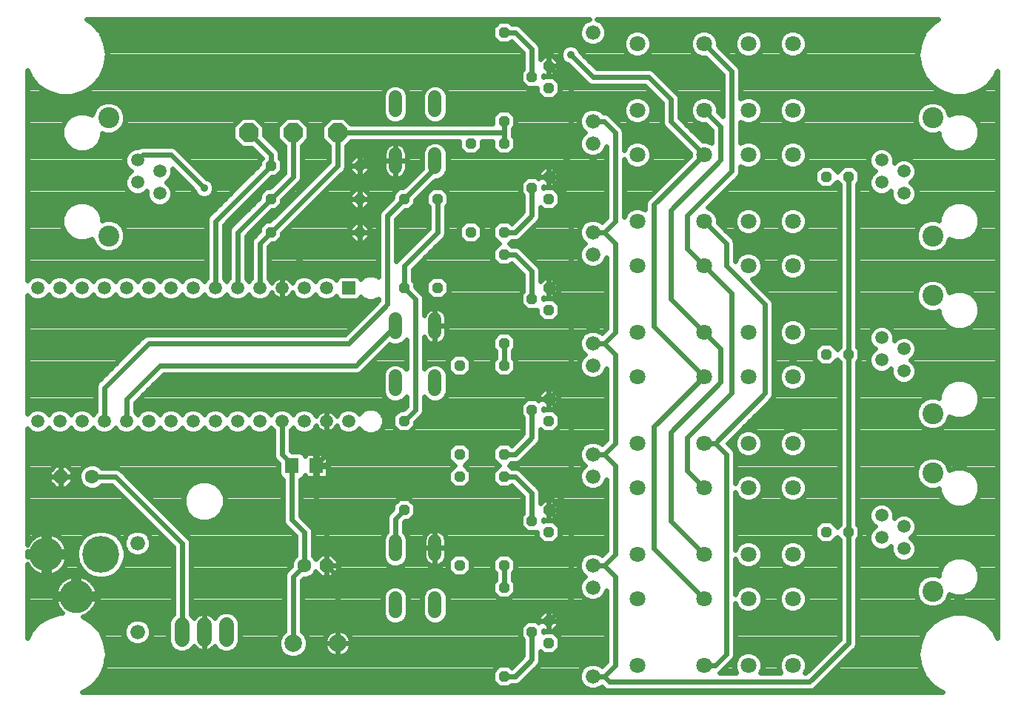
<source format=gtl>
G75*
%MOIN*%
%OFA0B0*%
%FSLAX24Y24*%
%IPPOS*%
%LPD*%
%AMOC8*
5,1,8,0,0,1.08239X$1,22.5*
%
%ADD10C,0.0660*%
%ADD11OC8,0.0480*%
%ADD12C,0.0945*%
%ADD13C,0.0591*%
%ADD14C,0.0709*%
%ADD15C,0.0600*%
%ADD16OC8,0.0850*%
%ADD17C,0.0660*%
%ADD18R,0.0630X0.0709*%
%ADD19OC8,0.0630*%
%ADD20C,0.0630*%
%ADD21C,0.0787*%
%ADD22R,0.0591X0.0591*%
%ADD23C,0.1660*%
%ADD24C,0.1502*%
%ADD25C,0.0240*%
%ADD26C,0.0354*%
D10*
X007500Y003220D03*
X007500Y007220D03*
X028000Y006220D03*
X028000Y005220D03*
X028000Y001220D03*
X028000Y010220D03*
X028000Y011220D03*
X028000Y015220D03*
X028000Y016220D03*
X028000Y020220D03*
X028000Y021220D03*
X028000Y025220D03*
X028000Y026220D03*
X028000Y030220D03*
D11*
X026000Y028720D03*
X025250Y028220D03*
X026000Y027720D03*
X024000Y026220D03*
X024000Y025220D03*
X022500Y025220D03*
X025250Y023220D03*
X026000Y022720D03*
X026000Y023720D03*
X024000Y021220D03*
X022500Y021220D03*
X024000Y020220D03*
X026000Y018720D03*
X025250Y018220D03*
X026000Y017720D03*
X024000Y016220D03*
X024000Y015220D03*
X022000Y015220D03*
X025250Y013220D03*
X026000Y012720D03*
X026000Y013720D03*
X024000Y011220D03*
X024000Y010220D03*
X022000Y010220D03*
X022000Y011220D03*
X019500Y012720D03*
X019500Y008720D03*
X022000Y006220D03*
X024000Y006220D03*
X024000Y005220D03*
X026000Y003720D03*
X025250Y003220D03*
X026000Y002720D03*
X024000Y001220D03*
X026000Y007720D03*
X025250Y008220D03*
X026000Y008720D03*
X038500Y007720D03*
X039500Y007720D03*
X039500Y015720D03*
X038500Y015720D03*
X038500Y023720D03*
X039500Y023720D03*
X024000Y030220D03*
X017500Y024220D03*
X017500Y022720D03*
X017500Y021220D03*
X019500Y022720D03*
X021000Y022720D03*
X021000Y018720D03*
X019500Y018720D03*
X013500Y021220D03*
X013500Y022720D03*
X013500Y024220D03*
D12*
X006201Y026377D03*
X006201Y021063D03*
X043299Y021063D03*
X043299Y018377D03*
X043299Y013063D03*
X043299Y010377D03*
X043299Y005063D03*
X043299Y026377D03*
D13*
X041000Y024470D03*
X042000Y023970D03*
X041000Y023470D03*
X042000Y022970D03*
X041000Y016470D03*
X042000Y015970D03*
X041000Y015470D03*
X042000Y014970D03*
X041000Y008470D03*
X042000Y007970D03*
X041000Y007470D03*
X042000Y006970D03*
X017000Y012720D03*
X016000Y012720D03*
X015000Y012720D03*
X014000Y012720D03*
X013000Y012720D03*
X012000Y012720D03*
X011000Y012720D03*
X010000Y012720D03*
X009000Y012720D03*
X008000Y012720D03*
X007000Y012720D03*
X006000Y012720D03*
X005000Y012720D03*
X004000Y012720D03*
X003000Y012720D03*
X003000Y018720D03*
X004000Y018720D03*
X005000Y018720D03*
X006000Y018720D03*
X007000Y018720D03*
X008000Y018720D03*
X009000Y018720D03*
X010000Y018720D03*
X011000Y018720D03*
X012000Y018720D03*
X013000Y018720D03*
X014000Y018720D03*
X015000Y018720D03*
X016000Y018720D03*
X008500Y022970D03*
X007500Y023470D03*
X008500Y023970D03*
X007500Y024470D03*
D14*
X030000Y024720D03*
X030000Y026720D03*
X033000Y026720D03*
X035000Y026720D03*
X037000Y026720D03*
X037000Y024720D03*
X035000Y024720D03*
X033000Y024720D03*
X033000Y021720D03*
X035000Y021720D03*
X037000Y021720D03*
X037000Y019720D03*
X035000Y019720D03*
X033000Y019720D03*
X030000Y019720D03*
X030000Y021720D03*
X030000Y016720D03*
X030000Y014720D03*
X033000Y014720D03*
X035000Y014720D03*
X037000Y014720D03*
X037000Y016720D03*
X035000Y016720D03*
X033000Y016720D03*
X033000Y011720D03*
X035000Y011720D03*
X037000Y011720D03*
X037000Y009720D03*
X035000Y009720D03*
X033000Y009720D03*
X030000Y009720D03*
X030000Y011720D03*
X030000Y006720D03*
X030000Y004720D03*
X033000Y004720D03*
X035000Y004720D03*
X037000Y004720D03*
X037000Y006720D03*
X035000Y006720D03*
X033000Y006720D03*
X033000Y001720D03*
X035000Y001720D03*
X037000Y001720D03*
X030000Y001720D03*
X030000Y029720D03*
X033000Y029720D03*
X035000Y029720D03*
X037000Y029720D03*
D15*
X020890Y027300D02*
X020890Y026700D01*
X019110Y026700D02*
X019110Y027300D01*
X019110Y024740D02*
X019110Y024140D01*
X020890Y024140D02*
X020890Y024740D01*
X020890Y017300D02*
X020890Y016700D01*
X019110Y016700D02*
X019110Y017300D01*
X019110Y014740D02*
X019110Y014140D01*
X020890Y014140D02*
X020890Y014740D01*
X020890Y007300D02*
X020890Y006700D01*
X019110Y006700D02*
X019110Y007300D01*
X019110Y004740D02*
X019110Y004140D01*
X020890Y004140D02*
X020890Y004740D01*
D16*
X016500Y025720D03*
X014500Y025720D03*
X012500Y025720D03*
D17*
X011500Y003550D02*
X011500Y002890D01*
X010500Y002890D02*
X010500Y003550D01*
X009500Y003550D02*
X009500Y002890D01*
D18*
X014449Y010720D03*
X015551Y010720D03*
D19*
X016000Y006220D03*
X004050Y010220D03*
D20*
X005450Y010220D03*
X015000Y006220D03*
D21*
X014508Y002710D03*
X016508Y002710D03*
D22*
X017000Y018720D03*
D23*
X005854Y006720D03*
D24*
X003394Y006720D03*
X004732Y004830D03*
D25*
X002530Y006275D02*
X002530Y002933D01*
X002668Y003236D01*
X002668Y003236D01*
X003019Y003641D01*
X003019Y003641D01*
X003469Y003930D01*
X003469Y003930D01*
X003982Y004081D01*
X004114Y004081D01*
X004084Y004105D01*
X004007Y004182D01*
X003939Y004267D01*
X003881Y004360D01*
X003834Y004458D01*
X003798Y004561D01*
X003773Y004667D01*
X003768Y004710D01*
X004612Y004710D01*
X004612Y004950D01*
X003768Y004950D01*
X003773Y004993D01*
X003798Y005100D01*
X003834Y005202D01*
X003881Y005301D01*
X003939Y005393D01*
X004007Y005478D01*
X004084Y005556D01*
X004169Y005624D01*
X004262Y005682D01*
X004360Y005729D01*
X004463Y005765D01*
X004569Y005789D01*
X004612Y005794D01*
X004612Y004950D01*
X004852Y004950D01*
X004852Y005794D01*
X004895Y005789D01*
X005002Y005765D01*
X005105Y005729D01*
X005203Y005682D01*
X005295Y005624D01*
X005380Y005556D01*
X005458Y005478D01*
X005526Y005393D01*
X005584Y005301D01*
X005631Y005202D01*
X005667Y005100D01*
X005691Y004993D01*
X005696Y004950D01*
X004852Y004950D01*
X004852Y004710D01*
X005696Y004710D01*
X005691Y004667D01*
X005667Y004561D01*
X005631Y004458D01*
X005584Y004360D01*
X005526Y004267D01*
X005458Y004182D01*
X005380Y004105D01*
X005295Y004037D01*
X005203Y003979D01*
X005105Y003932D01*
X005055Y003914D01*
X005481Y003641D01*
X005481Y003641D01*
X005832Y003236D01*
X005832Y003236D01*
X006054Y002750D01*
X006054Y002750D01*
X006130Y002220D01*
X006054Y001690D01*
X006054Y001690D01*
X005832Y001204D01*
X005832Y001204D01*
X005481Y000799D01*
X005481Y000799D01*
X005031Y000510D01*
X005031Y000510D01*
X004997Y000500D01*
X043753Y000500D01*
X043719Y000510D01*
X043719Y000510D01*
X043269Y000799D01*
X043269Y000799D01*
X042918Y001204D01*
X042918Y001204D01*
X042696Y001690D01*
X042696Y001690D01*
X042620Y002220D01*
X042620Y002220D01*
X042696Y002750D01*
X042696Y002750D01*
X042918Y003236D01*
X042918Y003236D01*
X043269Y003641D01*
X043269Y003641D01*
X043719Y003930D01*
X044232Y004081D01*
X044768Y004081D01*
X045281Y003930D01*
X045731Y003641D01*
X045731Y003641D01*
X046082Y003236D01*
X046082Y003236D01*
X046212Y002950D01*
X046212Y028490D01*
X046082Y028204D01*
X046082Y028204D01*
X045731Y027799D01*
X045731Y027799D01*
X045731Y027799D01*
X045281Y027510D01*
X045281Y027510D01*
X044768Y027359D01*
X044232Y027359D01*
X043719Y027510D01*
X043719Y027510D01*
X043269Y027799D01*
X043269Y027799D01*
X042918Y028204D01*
X042918Y028204D01*
X042696Y028690D01*
X042696Y028690D01*
X042620Y029220D01*
X042620Y029220D01*
X042696Y029750D01*
X042696Y029750D01*
X042918Y030236D01*
X042918Y030236D01*
X043269Y030641D01*
X043269Y030641D01*
X043532Y030810D01*
X028169Y030810D01*
X028346Y030737D01*
X028517Y030566D01*
X028610Y030341D01*
X028610Y030099D01*
X028517Y029874D01*
X028346Y029703D01*
X028121Y029610D01*
X027879Y029610D01*
X027654Y029703D01*
X027483Y029874D01*
X027390Y030099D01*
X027390Y030341D01*
X027483Y030566D01*
X027654Y030737D01*
X027831Y030810D01*
X005218Y030810D01*
X005481Y030641D01*
X005481Y030641D01*
X005832Y030236D01*
X005832Y030236D01*
X006054Y029750D01*
X006054Y029750D01*
X006130Y029220D01*
X006054Y028690D01*
X006054Y028690D01*
X005832Y028204D01*
X005832Y028204D01*
X005481Y027799D01*
X005481Y027799D01*
X005031Y027510D01*
X004518Y027359D01*
X003982Y027359D01*
X003469Y027510D01*
X003469Y027510D01*
X003019Y027799D01*
X003019Y027799D01*
X002668Y028204D01*
X002668Y028204D01*
X002530Y028507D01*
X002530Y019064D01*
X002674Y019208D01*
X002886Y019295D01*
X003114Y019295D01*
X003326Y019208D01*
X003488Y019046D01*
X003500Y019016D01*
X003512Y019046D01*
X003674Y019208D01*
X003886Y019295D01*
X004114Y019295D01*
X004326Y019208D01*
X004488Y019046D01*
X004500Y019016D01*
X004512Y019046D01*
X004674Y019208D01*
X004886Y019295D01*
X005114Y019295D01*
X005326Y019208D01*
X005488Y019046D01*
X005500Y019016D01*
X005512Y019046D01*
X005674Y019208D01*
X005886Y019295D01*
X006114Y019295D01*
X006326Y019208D01*
X006488Y019046D01*
X006500Y019016D01*
X006512Y019046D01*
X006674Y019208D01*
X006886Y019295D01*
X007114Y019295D01*
X007326Y019208D01*
X007488Y019046D01*
X007500Y019016D01*
X007512Y019046D01*
X007674Y019208D01*
X007886Y019295D01*
X008114Y019295D01*
X008326Y019208D01*
X008488Y019046D01*
X008500Y019016D01*
X008512Y019046D01*
X008674Y019208D01*
X008886Y019295D01*
X009114Y019295D01*
X009326Y019208D01*
X009488Y019046D01*
X009500Y019016D01*
X009512Y019046D01*
X009674Y019208D01*
X009886Y019295D01*
X010114Y019295D01*
X010326Y019208D01*
X010488Y019046D01*
X010500Y019016D01*
X010512Y019046D01*
X010600Y019134D01*
X010600Y021800D01*
X010661Y021947D01*
X012980Y024266D01*
X012980Y024435D01*
X013099Y024555D01*
X012639Y025015D01*
X012208Y025015D01*
X011795Y025428D01*
X011795Y026012D01*
X012208Y026425D01*
X012792Y026425D01*
X013205Y026012D01*
X013205Y025581D01*
X013839Y024947D01*
X013900Y024800D01*
X013900Y024555D01*
X014020Y024435D01*
X014020Y024005D01*
X013715Y023700D01*
X013546Y023700D01*
X011400Y021554D01*
X011400Y019134D01*
X011488Y019046D01*
X011500Y019016D01*
X011512Y019046D01*
X011600Y019134D01*
X011600Y021300D01*
X011661Y021447D01*
X012980Y022766D01*
X012980Y022935D01*
X013285Y023240D01*
X013454Y023240D01*
X014100Y023886D01*
X014100Y025123D01*
X013795Y025428D01*
X013795Y026012D01*
X014208Y026425D01*
X014792Y026425D01*
X015205Y026012D01*
X015205Y025428D01*
X014900Y025123D01*
X014900Y023640D01*
X014839Y023493D01*
X014020Y022674D01*
X014020Y022505D01*
X013715Y022200D01*
X013546Y022200D01*
X012400Y021054D01*
X012400Y019134D01*
X012488Y019046D01*
X012500Y019016D01*
X012512Y019046D01*
X012600Y019134D01*
X012600Y020800D01*
X012661Y020947D01*
X012980Y021266D01*
X012980Y021435D01*
X013285Y021740D01*
X013454Y021740D01*
X016100Y024386D01*
X016100Y025123D01*
X015795Y025428D01*
X015795Y026012D01*
X016208Y026425D01*
X016792Y026425D01*
X017097Y026120D01*
X023480Y026120D01*
X023480Y026435D01*
X023785Y026740D01*
X024215Y026740D01*
X024520Y026435D01*
X024520Y026005D01*
X024400Y025885D01*
X024400Y025555D01*
X024520Y025435D01*
X024520Y025005D01*
X024215Y024700D01*
X023785Y024700D01*
X023480Y025005D01*
X023480Y025320D01*
X023020Y025320D01*
X023020Y025005D01*
X022715Y024700D01*
X022285Y024700D01*
X021980Y025005D01*
X021980Y025320D01*
X017097Y025320D01*
X016900Y025123D01*
X016900Y024140D01*
X016839Y023993D01*
X014020Y021174D01*
X014020Y021005D01*
X013715Y020700D01*
X013546Y020700D01*
X013400Y020554D01*
X013400Y019134D01*
X013488Y019046D01*
X013533Y018938D01*
X013559Y018990D01*
X013607Y019056D01*
X013664Y019113D01*
X013730Y019161D01*
X013802Y019198D01*
X013879Y019223D01*
X013959Y019235D01*
X014000Y019235D01*
X014000Y018720D01*
X014000Y019220D01*
X016000Y021220D01*
X017500Y021220D01*
X017500Y022720D01*
X017500Y024220D01*
X017720Y024440D01*
X019110Y024440D01*
X019110Y024440D01*
X019110Y025260D01*
X019151Y025260D01*
X019232Y025247D01*
X019310Y025222D01*
X019383Y025185D01*
X019449Y025137D01*
X019507Y025079D01*
X019555Y025013D01*
X019592Y024940D01*
X019617Y024862D01*
X019630Y024781D01*
X019630Y024440D01*
X019110Y024440D01*
X019110Y024440D01*
X019110Y024440D01*
X018590Y024440D01*
X018590Y024781D01*
X018603Y024862D01*
X018628Y024940D01*
X018665Y025013D01*
X018713Y025079D01*
X018771Y025137D01*
X018837Y025185D01*
X018910Y025222D01*
X018988Y025247D01*
X019069Y025260D01*
X019110Y025260D01*
X019110Y024440D01*
X019630Y024440D01*
X019630Y024099D01*
X019617Y024018D01*
X019592Y023940D01*
X019555Y023867D01*
X019507Y023801D01*
X019449Y023743D01*
X019383Y023695D01*
X019310Y023658D01*
X019232Y023633D01*
X019151Y023620D01*
X019110Y023620D01*
X019110Y024440D01*
X019110Y024440D01*
X018590Y024440D01*
X018590Y024099D01*
X018603Y024018D01*
X018628Y023940D01*
X018665Y023867D01*
X018713Y023801D01*
X018771Y023743D01*
X018837Y023695D01*
X018910Y023658D01*
X018988Y023633D01*
X019069Y023620D01*
X019110Y023620D01*
X019110Y024440D01*
X019110Y024395D02*
X019110Y024395D01*
X019110Y024633D02*
X019110Y024633D01*
X019110Y024872D02*
X019110Y024872D01*
X019110Y025110D02*
X019110Y025110D01*
X019475Y025110D02*
X020440Y025110D01*
X020398Y025069D02*
X020310Y024855D01*
X020310Y024096D01*
X019454Y023240D01*
X019285Y023240D01*
X018980Y022935D01*
X018980Y022766D01*
X018411Y022197D01*
X018350Y022050D01*
X018350Y019226D01*
X018343Y019233D01*
X018120Y019325D01*
X017880Y019325D01*
X017657Y019233D01*
X017552Y019127D01*
X017533Y019174D01*
X017454Y019253D01*
X017351Y019295D01*
X016649Y019295D01*
X016546Y019253D01*
X016467Y019174D01*
X016436Y019098D01*
X016326Y019208D01*
X016114Y019295D01*
X015886Y019295D01*
X015674Y019208D01*
X015512Y019046D01*
X015500Y019016D01*
X015488Y019046D01*
X015326Y019208D01*
X015114Y019295D01*
X014886Y019295D01*
X014674Y019208D01*
X014512Y019046D01*
X014467Y018938D01*
X014441Y018990D01*
X014393Y019056D01*
X014336Y019113D01*
X014270Y019161D01*
X014198Y019198D01*
X014121Y019223D01*
X014041Y019235D01*
X014000Y019235D01*
X014000Y018720D01*
X014000Y018720D01*
X014000Y018205D01*
X014041Y018205D01*
X014121Y018217D01*
X014198Y018242D01*
X014270Y018279D01*
X014336Y018327D01*
X014393Y018384D01*
X014441Y018450D01*
X014467Y018502D01*
X014512Y018394D01*
X014674Y018232D01*
X014886Y018145D01*
X015114Y018145D01*
X015326Y018232D01*
X015488Y018394D01*
X015500Y018424D01*
X015512Y018394D01*
X015674Y018232D01*
X015886Y018145D01*
X016114Y018145D01*
X016326Y018232D01*
X016436Y018342D01*
X016467Y018266D01*
X016546Y018187D01*
X016649Y018145D01*
X017351Y018145D01*
X017454Y018187D01*
X017533Y018266D01*
X017552Y018313D01*
X017657Y018207D01*
X017880Y018115D01*
X018120Y018115D01*
X018343Y018207D01*
X018350Y018214D01*
X018350Y018136D01*
X016834Y016620D01*
X007920Y016620D01*
X007773Y016559D01*
X007661Y016447D01*
X005661Y014447D01*
X005600Y014300D01*
X005600Y013134D01*
X005512Y013046D01*
X005500Y013016D01*
X005488Y013046D01*
X005326Y013208D01*
X005114Y013295D01*
X004886Y013295D01*
X004674Y013208D01*
X004512Y013046D01*
X004500Y013016D01*
X004488Y013046D01*
X004326Y013208D01*
X004114Y013295D01*
X003886Y013295D01*
X003674Y013208D01*
X003512Y013046D01*
X003500Y013016D01*
X003488Y013046D01*
X003326Y013208D01*
X003114Y013295D01*
X002886Y013295D01*
X002674Y013208D01*
X002530Y013064D01*
X002530Y018376D01*
X002674Y018232D01*
X002886Y018145D01*
X003114Y018145D01*
X003326Y018232D01*
X003488Y018394D01*
X003500Y018424D01*
X003512Y018394D01*
X003674Y018232D01*
X003886Y018145D01*
X004114Y018145D01*
X004326Y018232D01*
X004488Y018394D01*
X004500Y018424D01*
X004512Y018394D01*
X004674Y018232D01*
X004886Y018145D01*
X005114Y018145D01*
X005326Y018232D01*
X005488Y018394D01*
X005500Y018424D01*
X005512Y018394D01*
X005674Y018232D01*
X005886Y018145D01*
X006114Y018145D01*
X006326Y018232D01*
X006488Y018394D01*
X006500Y018424D01*
X006512Y018394D01*
X006674Y018232D01*
X006886Y018145D01*
X007114Y018145D01*
X007326Y018232D01*
X007488Y018394D01*
X007500Y018424D01*
X007512Y018394D01*
X007674Y018232D01*
X007886Y018145D01*
X008114Y018145D01*
X008326Y018232D01*
X008488Y018394D01*
X008500Y018424D01*
X008512Y018394D01*
X008674Y018232D01*
X008886Y018145D01*
X009114Y018145D01*
X009326Y018232D01*
X009488Y018394D01*
X009500Y018424D01*
X009512Y018394D01*
X009674Y018232D01*
X009886Y018145D01*
X010114Y018145D01*
X010326Y018232D01*
X010488Y018394D01*
X010500Y018424D01*
X010512Y018394D01*
X010674Y018232D01*
X010886Y018145D01*
X011114Y018145D01*
X011326Y018232D01*
X011488Y018394D01*
X011500Y018424D01*
X011512Y018394D01*
X011674Y018232D01*
X011886Y018145D01*
X012114Y018145D01*
X012326Y018232D01*
X012488Y018394D01*
X012500Y018424D01*
X012512Y018394D01*
X012674Y018232D01*
X012886Y018145D01*
X013114Y018145D01*
X013326Y018232D01*
X013488Y018394D01*
X013533Y018502D01*
X013559Y018450D01*
X013607Y018384D01*
X013664Y018327D01*
X013730Y018279D01*
X013802Y018242D01*
X013879Y018217D01*
X013959Y018205D01*
X014000Y018205D01*
X014000Y018720D01*
X014000Y018720D01*
X014000Y018671D02*
X014000Y018671D01*
X014000Y018909D02*
X014000Y018909D01*
X014000Y019148D02*
X014000Y019148D01*
X013712Y019148D02*
X013400Y019148D01*
X013400Y019386D02*
X018350Y019386D01*
X018350Y019625D02*
X013400Y019625D01*
X013400Y019863D02*
X018350Y019863D01*
X018350Y020102D02*
X013400Y020102D01*
X013400Y020340D02*
X018350Y020340D01*
X018350Y020579D02*
X013424Y020579D01*
X013000Y020720D02*
X013500Y021220D01*
X016500Y024220D01*
X016500Y025720D01*
X024000Y025720D01*
X024000Y026220D01*
X024414Y026541D02*
X027473Y026541D01*
X027483Y026566D02*
X027390Y026341D01*
X027390Y026099D01*
X027483Y025874D01*
X027637Y025720D01*
X027483Y025566D01*
X027390Y025341D01*
X027390Y025099D01*
X027483Y024874D01*
X027654Y024703D01*
X027879Y024610D01*
X028121Y024610D01*
X028346Y024703D01*
X028517Y024874D01*
X028600Y025075D01*
X028600Y021886D01*
X028398Y021684D01*
X028346Y021737D01*
X028121Y021830D01*
X027879Y021830D01*
X027654Y021737D01*
X027483Y021566D01*
X027390Y021341D01*
X027390Y021099D01*
X027483Y020874D01*
X027637Y020720D01*
X027483Y020566D01*
X027390Y020341D01*
X027390Y020099D01*
X027483Y019874D01*
X027654Y019703D01*
X027879Y019610D01*
X028121Y019610D01*
X028346Y019703D01*
X028517Y019874D01*
X028600Y020075D01*
X028600Y016886D01*
X028398Y016684D01*
X028346Y016737D01*
X028121Y016830D01*
X027879Y016830D01*
X027654Y016737D01*
X027483Y016566D01*
X027390Y016341D01*
X027390Y016099D01*
X027483Y015874D01*
X027637Y015720D01*
X027483Y015566D01*
X027390Y015341D01*
X027390Y015099D01*
X027483Y014874D01*
X027654Y014703D01*
X027879Y014610D01*
X028121Y014610D01*
X028346Y014703D01*
X028517Y014874D01*
X028600Y015075D01*
X028600Y011886D01*
X028398Y011684D01*
X028346Y011737D01*
X028121Y011830D01*
X027879Y011830D01*
X027654Y011737D01*
X027483Y011566D01*
X027390Y011341D01*
X027390Y011099D01*
X027483Y010874D01*
X027637Y010720D01*
X027483Y010566D01*
X027390Y010341D01*
X027390Y010099D01*
X027483Y009874D01*
X027654Y009703D01*
X027879Y009610D01*
X028121Y009610D01*
X028346Y009703D01*
X028517Y009874D01*
X028600Y010075D01*
X028600Y006886D01*
X028398Y006684D01*
X028346Y006737D01*
X028121Y006830D01*
X027879Y006830D01*
X027654Y006737D01*
X027483Y006566D01*
X027390Y006341D01*
X027390Y006099D01*
X027483Y005874D01*
X027637Y005720D01*
X027483Y005566D01*
X027390Y005341D01*
X027390Y005099D01*
X027483Y004874D01*
X027654Y004703D01*
X027879Y004610D01*
X028121Y004610D01*
X028346Y004703D01*
X028517Y004874D01*
X028600Y005075D01*
X028600Y001886D01*
X028398Y001684D01*
X028346Y001737D01*
X028451Y001737D01*
X028346Y001737D02*
X028121Y001830D01*
X027879Y001830D01*
X027654Y001737D01*
X025583Y001737D01*
X025589Y001743D02*
X025650Y001890D01*
X025650Y002335D01*
X025785Y002200D01*
X026215Y002200D01*
X026520Y002505D01*
X026520Y002935D01*
X026215Y003240D01*
X025785Y003240D01*
X025770Y003225D01*
X025770Y003299D01*
X025809Y003260D01*
X026000Y003260D01*
X026191Y003260D01*
X026460Y003529D01*
X026460Y003720D01*
X026460Y003911D01*
X026191Y004180D01*
X026000Y004180D01*
X026000Y003720D01*
X027000Y004720D01*
X027000Y007720D01*
X026000Y008720D01*
X027000Y009720D01*
X027000Y012720D01*
X026000Y013720D01*
X027000Y014720D01*
X027000Y017720D01*
X026000Y018720D01*
X027000Y019720D01*
X027000Y022720D01*
X026000Y023720D01*
X027000Y024720D01*
X027000Y027720D01*
X026000Y028720D01*
X026000Y028720D01*
X026000Y029180D01*
X026191Y029180D01*
X026460Y028911D01*
X026460Y028720D01*
X026000Y028720D01*
X026000Y028720D01*
X026000Y029180D01*
X025809Y029180D01*
X025650Y029021D01*
X025650Y029550D01*
X025589Y029697D01*
X025477Y029809D01*
X024727Y030559D01*
X024580Y030620D01*
X024335Y030620D01*
X024215Y030740D01*
X023785Y030740D01*
X023480Y030435D01*
X023480Y030005D01*
X023785Y029700D01*
X024215Y029700D01*
X024335Y029819D01*
X024850Y029304D01*
X024850Y028555D01*
X024730Y028435D01*
X024730Y028005D01*
X025035Y027700D01*
X025465Y027700D01*
X025480Y027715D01*
X025480Y027505D01*
X025785Y027200D01*
X026215Y027200D01*
X026520Y027505D01*
X026520Y027935D01*
X026215Y028240D01*
X025785Y028240D01*
X025770Y028225D01*
X025770Y028299D01*
X025809Y028260D01*
X026000Y028260D01*
X026191Y028260D01*
X026460Y028529D01*
X026460Y028720D01*
X026000Y028720D01*
X026000Y028260D01*
X026000Y028720D01*
X026000Y028720D01*
X026000Y028688D02*
X026000Y028688D01*
X026000Y028926D02*
X026000Y028926D01*
X026000Y029165D02*
X026000Y029165D01*
X026206Y029165D02*
X026543Y029165D01*
X026543Y029129D02*
X026612Y028961D01*
X026741Y028832D01*
X026879Y028775D01*
X027661Y027993D01*
X027773Y027881D01*
X027920Y027820D01*
X030334Y027820D01*
X031100Y027054D01*
X031100Y026140D01*
X031161Y025993D01*
X031273Y025881D01*
X032366Y024789D01*
X032366Y024651D01*
X030411Y022697D01*
X030350Y022550D01*
X030350Y022262D01*
X030126Y022354D01*
X029874Y022354D01*
X029641Y022258D01*
X029462Y022079D01*
X029400Y021929D01*
X029400Y024511D01*
X029462Y024361D01*
X029641Y024182D01*
X029874Y024086D01*
X030126Y024086D01*
X030359Y024182D01*
X030538Y024361D01*
X030634Y024594D01*
X030634Y024846D01*
X030538Y025079D01*
X030359Y025258D01*
X030126Y025354D01*
X029874Y025354D01*
X029641Y025258D01*
X029462Y025079D01*
X029400Y024929D01*
X029400Y025800D01*
X029339Y025947D01*
X029227Y026059D01*
X028727Y026559D01*
X028580Y026620D01*
X028463Y026620D01*
X028346Y026737D01*
X028121Y026830D01*
X027879Y026830D01*
X027654Y026737D01*
X027483Y026566D01*
X027390Y026303D02*
X024520Y026303D01*
X024520Y026064D02*
X027404Y026064D01*
X027532Y025826D02*
X024400Y025826D01*
X024400Y025587D02*
X027504Y025587D01*
X027393Y025349D02*
X024520Y025349D01*
X024520Y025110D02*
X027390Y025110D01*
X027486Y024872D02*
X024387Y024872D01*
X024000Y025220D02*
X024000Y025720D01*
X023480Y026303D02*
X021313Y026303D01*
X021382Y026371D02*
X021470Y026585D01*
X021470Y027415D01*
X021382Y027629D01*
X021219Y027792D01*
X021005Y027880D01*
X020775Y027880D01*
X020561Y027792D01*
X020398Y027629D01*
X020310Y027415D01*
X020310Y026585D01*
X020398Y026371D01*
X020561Y026208D01*
X020775Y026120D01*
X021005Y026120D01*
X021219Y026208D01*
X021382Y026371D01*
X021452Y026541D02*
X023586Y026541D01*
X025001Y027734D02*
X021277Y027734D01*
X021437Y027495D02*
X025490Y027495D01*
X025728Y027257D02*
X021470Y027257D01*
X021470Y027018D02*
X029437Y027018D01*
X029462Y027079D02*
X029366Y026846D01*
X029366Y026594D01*
X029462Y026361D01*
X029641Y026182D01*
X029874Y026086D01*
X030126Y026086D01*
X030359Y026182D01*
X030538Y026361D01*
X030634Y026594D01*
X030634Y026846D01*
X030538Y027079D01*
X030359Y027258D01*
X030126Y027354D01*
X029874Y027354D01*
X029641Y027258D01*
X029462Y027079D01*
X029639Y027257D02*
X026272Y027257D01*
X026510Y027495D02*
X030659Y027495D01*
X030421Y027734D02*
X026520Y027734D01*
X026483Y027972D02*
X027682Y027972D01*
X027661Y027993D02*
X027661Y027993D01*
X027444Y028211D02*
X026245Y028211D01*
X026380Y028449D02*
X027205Y028449D01*
X026967Y028688D02*
X026460Y028688D01*
X026444Y028926D02*
X026647Y028926D01*
X026543Y029129D02*
X026543Y029311D01*
X026612Y029479D01*
X026741Y029608D01*
X026909Y029677D01*
X027091Y029677D01*
X027259Y029608D01*
X027388Y029479D01*
X027445Y029341D01*
X028166Y028620D01*
X030580Y028620D01*
X030727Y028559D01*
X031727Y027559D01*
X031839Y027447D01*
X031900Y027300D01*
X031900Y026386D01*
X032931Y025354D01*
X033126Y025354D01*
X033350Y025262D01*
X033350Y025804D01*
X033069Y026086D01*
X032874Y026086D01*
X032641Y026182D01*
X032462Y026361D01*
X032366Y026594D01*
X032366Y026846D01*
X032462Y027079D01*
X032641Y027258D01*
X032874Y027354D01*
X033126Y027354D01*
X033359Y027258D01*
X033538Y027079D01*
X033634Y026846D01*
X033634Y026651D01*
X033850Y026436D01*
X033850Y028304D01*
X033069Y029086D01*
X032874Y029086D01*
X032641Y029182D01*
X032462Y029361D01*
X032366Y029594D01*
X032366Y029846D01*
X032462Y030079D01*
X032641Y030258D01*
X032874Y030354D01*
X033126Y030354D01*
X033359Y030258D01*
X033538Y030079D01*
X033634Y029846D01*
X033634Y029651D01*
X034589Y028697D01*
X034650Y028550D01*
X034650Y027262D01*
X034874Y027354D01*
X035126Y027354D01*
X035359Y027258D01*
X035538Y027079D01*
X035634Y026846D01*
X035634Y026594D01*
X035538Y026361D01*
X035359Y026182D01*
X035126Y026086D01*
X034874Y026086D01*
X034650Y026178D01*
X034650Y025262D01*
X034874Y025354D01*
X035126Y025354D01*
X035359Y025258D01*
X035538Y025079D01*
X035634Y024846D01*
X035634Y024594D01*
X035538Y024361D01*
X035359Y024182D01*
X035126Y024086D01*
X034874Y024086D01*
X034650Y024178D01*
X034650Y023890D01*
X034589Y023743D01*
X034477Y023631D01*
X033178Y022333D01*
X033359Y022258D01*
X033538Y022079D01*
X033634Y021846D01*
X033634Y021651D01*
X034339Y020947D01*
X034400Y020800D01*
X034400Y019929D01*
X034462Y020079D01*
X034641Y020258D01*
X034874Y020354D01*
X035126Y020354D01*
X035359Y020258D01*
X035538Y020079D01*
X035634Y019846D01*
X035634Y019594D01*
X035538Y019361D01*
X035359Y019182D01*
X035178Y019107D01*
X036089Y018197D01*
X036150Y018050D01*
X036150Y013890D01*
X036089Y013743D01*
X035977Y013631D01*
X034066Y011720D01*
X034339Y011447D01*
X034400Y011300D01*
X034400Y009929D01*
X034462Y010079D01*
X034641Y010258D01*
X034874Y010354D01*
X035126Y010354D01*
X035359Y010258D01*
X035538Y010079D01*
X035634Y009846D01*
X036366Y009846D01*
X036366Y009594D01*
X036462Y009361D01*
X036641Y009182D01*
X036874Y009086D01*
X037126Y009086D01*
X037359Y009182D01*
X037538Y009361D01*
X037634Y009594D01*
X037634Y009846D01*
X039100Y009846D01*
X039100Y009608D02*
X037634Y009608D01*
X037634Y009846D02*
X037538Y010079D01*
X037359Y010258D01*
X037126Y010354D01*
X036874Y010354D01*
X036641Y010258D01*
X036462Y010079D01*
X036366Y009846D01*
X036366Y009608D02*
X035634Y009608D01*
X035634Y009594D02*
X035634Y009846D01*
X035634Y009594D02*
X035538Y009361D01*
X035359Y009182D01*
X035126Y009086D01*
X034874Y009086D01*
X034641Y009182D01*
X034462Y009361D01*
X034400Y009511D01*
X034400Y006929D01*
X034462Y007079D01*
X034641Y007258D01*
X034874Y007354D01*
X035126Y007354D01*
X035359Y007258D01*
X035538Y007079D01*
X035634Y006846D01*
X035634Y006594D01*
X035538Y006361D01*
X035359Y006182D01*
X035126Y006086D01*
X034874Y006086D01*
X034641Y006182D01*
X034462Y006361D01*
X034400Y006511D01*
X034400Y004929D01*
X034462Y005079D01*
X034641Y005258D01*
X034874Y005354D01*
X035126Y005354D01*
X035359Y005258D01*
X035538Y005079D01*
X035634Y004846D01*
X035634Y004594D01*
X035538Y004361D01*
X035359Y004182D01*
X035126Y004086D01*
X034874Y004086D01*
X034641Y004182D01*
X034462Y004361D01*
X034400Y004511D01*
X034400Y002140D01*
X034339Y001993D01*
X034227Y001881D01*
X033727Y001381D01*
X033700Y001370D01*
X034458Y001370D01*
X034366Y001594D01*
X034366Y001846D01*
X034462Y002079D01*
X034641Y002258D01*
X034874Y002354D01*
X035126Y002354D01*
X035359Y002258D01*
X035538Y002079D01*
X035634Y001846D01*
X035634Y001594D01*
X035542Y001370D01*
X036458Y001370D01*
X036366Y001594D01*
X036366Y001846D01*
X036462Y002079D01*
X036641Y002258D01*
X036874Y002354D01*
X037126Y002354D01*
X037359Y002258D01*
X037538Y002079D01*
X037634Y001846D01*
X037634Y001594D01*
X037542Y001370D01*
X037584Y001370D01*
X039100Y002886D01*
X039100Y007385D01*
X039000Y007485D01*
X038715Y007200D01*
X038285Y007200D01*
X037980Y007505D01*
X037980Y007935D01*
X038285Y008240D01*
X038715Y008240D01*
X039000Y007955D01*
X039100Y008055D01*
X039100Y015385D01*
X039000Y015485D01*
X038715Y015200D01*
X038285Y015200D01*
X037980Y015505D01*
X037980Y015935D01*
X038285Y016240D01*
X038715Y016240D01*
X039000Y015955D01*
X039100Y016055D01*
X039100Y023385D01*
X039000Y023485D01*
X038715Y023200D01*
X038285Y023200D01*
X037980Y023505D01*
X037980Y023935D01*
X038285Y024240D01*
X038715Y024240D01*
X039000Y023955D01*
X039285Y024240D01*
X039715Y024240D01*
X040020Y023935D01*
X040020Y023505D01*
X039900Y023385D01*
X039900Y016055D01*
X040020Y015935D01*
X040020Y015505D01*
X039900Y015385D01*
X039900Y008055D01*
X040020Y007935D01*
X040020Y007505D01*
X039900Y007385D01*
X039900Y002640D01*
X039839Y002493D01*
X038089Y000743D01*
X037977Y000631D01*
X037830Y000570D01*
X028670Y000570D01*
X028523Y000631D01*
X028398Y000756D01*
X028346Y000703D01*
X028121Y000610D01*
X027879Y000610D01*
X027654Y000703D01*
X027483Y000874D01*
X027390Y001099D01*
X027390Y001341D01*
X027483Y001566D01*
X027654Y001737D01*
X027455Y001499D02*
X025344Y001499D01*
X025477Y001631D02*
X025589Y001743D01*
X025477Y001631D02*
X024727Y000881D01*
X024580Y000820D01*
X024335Y000820D01*
X024215Y000700D01*
X023785Y000700D01*
X023480Y001005D01*
X023480Y001435D01*
X023785Y001740D01*
X024215Y001740D01*
X024335Y001621D01*
X024850Y002136D01*
X024850Y002885D01*
X024730Y003005D01*
X024730Y003435D01*
X025035Y003740D01*
X025465Y003740D01*
X025540Y003665D01*
X025540Y003720D01*
X026000Y003720D01*
X026000Y003720D01*
X026460Y003720D01*
X026000Y003720D01*
X026000Y003720D01*
X026000Y003720D01*
X026000Y004180D01*
X025809Y004180D01*
X025540Y003911D01*
X025540Y003720D01*
X026000Y003720D01*
X026000Y003260D01*
X026000Y003720D01*
X026000Y003720D01*
X026000Y003645D02*
X026000Y003645D01*
X026000Y003407D02*
X026000Y003407D01*
X026337Y003407D02*
X028600Y003407D01*
X028600Y003645D02*
X026460Y003645D01*
X026460Y003884D02*
X028600Y003884D01*
X028600Y004122D02*
X026249Y004122D01*
X026000Y004122D02*
X026000Y004122D01*
X026000Y003884D02*
X026000Y003884D01*
X025751Y004122D02*
X021470Y004122D01*
X021470Y004025D02*
X021470Y004855D01*
X021382Y005069D01*
X021219Y005232D01*
X021005Y005320D01*
X020775Y005320D01*
X020561Y005232D01*
X020398Y005069D01*
X020310Y004855D01*
X020310Y004025D01*
X020398Y003811D01*
X020561Y003648D01*
X020775Y003560D01*
X021005Y003560D01*
X021219Y003648D01*
X021382Y003811D01*
X021470Y004025D01*
X021412Y003884D02*
X025540Y003884D01*
X024940Y003645D02*
X021211Y003645D01*
X020569Y003645D02*
X019431Y003645D01*
X019439Y003648D02*
X019602Y003811D01*
X019690Y004025D01*
X019690Y004855D01*
X019602Y005069D01*
X019439Y005232D01*
X019225Y005320D01*
X018995Y005320D01*
X018781Y005232D01*
X018618Y005069D01*
X018530Y004855D01*
X018530Y004025D01*
X018618Y003811D01*
X018781Y003648D01*
X018995Y003560D01*
X019225Y003560D01*
X019439Y003648D01*
X019632Y003884D02*
X020368Y003884D01*
X020310Y004122D02*
X019690Y004122D01*
X019690Y004361D02*
X020310Y004361D01*
X020310Y004599D02*
X019690Y004599D01*
X019690Y004838D02*
X020310Y004838D01*
X020406Y005076D02*
X019594Y005076D01*
X019239Y005315D02*
X020761Y005315D01*
X021019Y005315D02*
X023480Y005315D01*
X023480Y005435D02*
X023480Y005005D01*
X023785Y004700D01*
X024215Y004700D01*
X024520Y005005D01*
X024520Y005435D01*
X024400Y005555D01*
X024400Y005885D01*
X024520Y006005D01*
X024520Y006435D01*
X024215Y006740D01*
X023785Y006740D01*
X023480Y006435D01*
X023480Y006005D01*
X023600Y005885D01*
X023600Y005555D01*
X023480Y005435D01*
X023598Y005553D02*
X014908Y005553D01*
X014908Y005563D02*
X014971Y005625D01*
X015118Y005625D01*
X015337Y005716D01*
X015504Y005883D01*
X015527Y005937D01*
X015778Y005685D01*
X016000Y005685D01*
X016222Y005685D01*
X016535Y005998D01*
X016535Y006220D01*
X016535Y006442D01*
X016222Y006755D01*
X016000Y006755D01*
X016000Y006220D01*
X016508Y005712D01*
X016508Y002710D01*
X016500Y002702D02*
X015895Y002702D01*
X015895Y002662D01*
X015910Y002566D01*
X015940Y002475D01*
X015983Y002389D01*
X016040Y002310D01*
X016109Y002242D01*
X016187Y002185D01*
X016273Y002141D01*
X016365Y002112D01*
X016460Y002096D01*
X016500Y002096D01*
X016500Y002702D01*
X016500Y002718D01*
X015895Y002718D01*
X015895Y002758D01*
X015910Y002854D01*
X015940Y002946D01*
X015983Y003032D01*
X016040Y003110D01*
X016109Y003178D01*
X016187Y003235D01*
X016273Y003279D01*
X016365Y003309D01*
X016460Y003324D01*
X016500Y003324D01*
X016500Y002718D01*
X016516Y002718D01*
X016516Y003324D01*
X016557Y003324D01*
X016652Y003309D01*
X016744Y003279D01*
X016830Y003235D01*
X016908Y003178D01*
X016976Y003110D01*
X017033Y003032D01*
X017077Y002946D01*
X017107Y002854D01*
X017122Y002758D01*
X017122Y002718D01*
X016516Y002718D01*
X016516Y002702D01*
X016516Y002096D01*
X016557Y002096D01*
X016652Y002112D01*
X016744Y002141D01*
X016830Y002185D01*
X016908Y002242D01*
X016976Y002310D01*
X017033Y002389D01*
X017077Y002475D01*
X017107Y002566D01*
X017122Y002662D01*
X017122Y002702D01*
X016516Y002702D01*
X016500Y002702D01*
X016500Y002691D02*
X016516Y002691D01*
X016500Y002453D02*
X016516Y002453D01*
X016500Y002214D02*
X016516Y002214D01*
X016870Y002214D02*
X024850Y002214D01*
X024850Y002453D02*
X017066Y002453D01*
X017122Y002691D02*
X024850Y002691D01*
X024805Y002930D02*
X017082Y002930D01*
X016918Y003168D02*
X024730Y003168D01*
X024730Y003407D02*
X014908Y003407D01*
X014908Y003263D02*
X014908Y005563D01*
X014908Y005315D02*
X018981Y005315D01*
X018626Y005076D02*
X014908Y005076D01*
X014908Y004838D02*
X018530Y004838D01*
X018530Y004599D02*
X014908Y004599D01*
X014908Y004361D02*
X018530Y004361D01*
X018530Y004122D02*
X014908Y004122D01*
X014908Y003884D02*
X018588Y003884D01*
X018789Y003645D02*
X014908Y003645D01*
X014908Y003263D02*
X015079Y003092D01*
X015182Y002844D01*
X015182Y002576D01*
X015079Y002329D01*
X014890Y002139D01*
X014642Y002036D01*
X014374Y002036D01*
X014127Y002139D01*
X013937Y002329D01*
X013835Y002576D01*
X013835Y002844D01*
X013937Y003092D01*
X014108Y003263D01*
X014108Y005808D01*
X014169Y005955D01*
X014405Y006191D01*
X014405Y006338D01*
X014496Y006557D01*
X014600Y006661D01*
X014600Y007554D01*
X014110Y008045D01*
X014049Y008192D01*
X014049Y010098D01*
X013975Y010128D01*
X013896Y010207D01*
X013854Y010310D01*
X013854Y010800D01*
X005605Y010800D01*
X005568Y010815D02*
X005332Y010815D01*
X005113Y010724D01*
X004946Y010557D01*
X004855Y010338D01*
X004855Y010102D01*
X004946Y009883D01*
X005113Y009716D01*
X005332Y009625D01*
X005568Y009625D01*
X005787Y009716D01*
X005891Y009820D01*
X006334Y009820D01*
X009100Y007054D01*
X009100Y004013D01*
X008983Y003896D01*
X008890Y003671D01*
X008890Y002769D01*
X008983Y002544D01*
X009154Y002373D01*
X009379Y002280D01*
X009621Y002280D01*
X009846Y002373D01*
X010017Y002544D01*
X010037Y002592D01*
X010080Y002532D01*
X010142Y002470D01*
X010212Y002420D01*
X010289Y002380D01*
X010371Y002354D01*
X010457Y002340D01*
X010500Y002340D01*
X010543Y002340D01*
X010629Y002354D01*
X010711Y002380D01*
X010788Y002420D01*
X010858Y002470D01*
X010920Y002532D01*
X010963Y002592D01*
X010983Y002544D01*
X011154Y002373D01*
X011379Y002280D01*
X011621Y002280D01*
X011846Y002373D01*
X012017Y002544D01*
X012110Y002769D01*
X012110Y003671D01*
X012017Y003896D01*
X011846Y004067D01*
X011621Y004160D01*
X011379Y004160D01*
X011154Y004067D01*
X010983Y003896D01*
X010963Y003848D01*
X010920Y003908D01*
X010858Y003970D01*
X010788Y004020D01*
X010711Y004060D01*
X010629Y004086D01*
X010543Y004100D01*
X010500Y004100D01*
X010500Y003220D01*
X010500Y003220D01*
X010500Y004100D01*
X010457Y004100D01*
X010371Y004086D01*
X010289Y004060D01*
X010212Y004020D01*
X010142Y003970D01*
X010080Y003908D01*
X010037Y003848D01*
X010017Y003896D01*
X009900Y004013D01*
X009900Y007300D01*
X009839Y007447D01*
X009727Y007559D01*
X006839Y010447D01*
X006727Y010559D01*
X006580Y010620D01*
X005891Y010620D01*
X005787Y010724D01*
X005568Y010815D01*
X005295Y010800D02*
X002530Y010800D01*
X002530Y010562D02*
X003635Y010562D01*
X003515Y010442D02*
X003515Y010220D01*
X004050Y010220D01*
X004585Y010220D01*
X004585Y010442D01*
X004272Y010755D01*
X004050Y010755D01*
X004050Y010220D01*
X004050Y010220D01*
X004050Y010220D01*
X004585Y010220D01*
X004585Y009998D01*
X004272Y009685D01*
X004050Y009685D01*
X004050Y010220D01*
X004050Y010220D01*
X004050Y010220D01*
X004050Y010755D01*
X003828Y010755D01*
X003515Y010442D01*
X003515Y010323D02*
X002530Y010323D01*
X002530Y010085D02*
X003515Y010085D01*
X003515Y009998D02*
X003828Y009685D01*
X004050Y009685D01*
X004050Y010220D01*
X003515Y010220D01*
X003515Y009998D01*
X003667Y009846D02*
X002530Y009846D01*
X002530Y009608D02*
X006547Y009608D01*
X006785Y009369D02*
X002530Y009369D01*
X002530Y009131D02*
X007024Y009131D01*
X007262Y008892D02*
X002530Y008892D01*
X002530Y008654D02*
X007501Y008654D01*
X007739Y008415D02*
X002530Y008415D01*
X002530Y008177D02*
X007978Y008177D01*
X008216Y007938D02*
X002530Y007938D01*
X002530Y007700D02*
X005331Y007700D01*
X005426Y007754D02*
X005173Y007608D01*
X004966Y007402D01*
X004820Y007148D01*
X004744Y006866D01*
X004744Y006574D01*
X004820Y006292D01*
X004966Y006038D01*
X005173Y005832D01*
X005426Y005686D01*
X005708Y005610D01*
X006000Y005610D01*
X006283Y005686D01*
X006536Y005832D01*
X006742Y006038D01*
X006889Y006292D01*
X006964Y006574D01*
X006964Y006866D01*
X006924Y007017D01*
X006983Y006874D01*
X007154Y006703D01*
X007379Y006610D01*
X007621Y006610D01*
X007846Y006703D01*
X008017Y006874D01*
X008110Y007099D01*
X008110Y007341D01*
X008017Y007566D01*
X007846Y007737D01*
X007621Y007830D01*
X007379Y007830D01*
X007154Y007737D01*
X006983Y007566D01*
X006890Y007341D01*
X006890Y007143D01*
X006889Y007148D01*
X006742Y007402D01*
X006536Y007608D01*
X006283Y007754D01*
X006000Y007830D01*
X005708Y007830D01*
X005426Y007754D01*
X005026Y007461D02*
X004022Y007461D01*
X004042Y007445D02*
X003957Y007513D01*
X003864Y007571D01*
X003766Y007619D01*
X003663Y007655D01*
X003557Y007679D01*
X003514Y007684D01*
X003514Y006840D01*
X004358Y006840D01*
X004353Y006883D01*
X004328Y006989D01*
X004292Y007092D01*
X004245Y007191D01*
X004187Y007283D01*
X004119Y007368D01*
X004042Y007445D01*
X004225Y007223D02*
X004863Y007223D01*
X004776Y006984D02*
X004330Y006984D01*
X004358Y006600D02*
X003514Y006600D01*
X003514Y006840D01*
X003274Y006840D01*
X003274Y007684D01*
X003231Y007679D01*
X003124Y007655D01*
X003021Y007619D01*
X002923Y007571D01*
X002831Y007513D01*
X002746Y007445D01*
X002668Y007368D01*
X002600Y007283D01*
X002542Y007191D01*
X002530Y007165D01*
X002530Y012376D01*
X002674Y012232D01*
X002886Y012145D01*
X003114Y012145D01*
X003326Y012232D01*
X003488Y012394D01*
X003500Y012424D01*
X003512Y012394D01*
X003674Y012232D01*
X003886Y012145D01*
X004114Y012145D01*
X004326Y012232D01*
X004488Y012394D01*
X004500Y012424D01*
X004512Y012394D01*
X004674Y012232D01*
X004886Y012145D01*
X005114Y012145D01*
X005326Y012232D01*
X005488Y012394D01*
X005500Y012424D01*
X005512Y012394D01*
X005674Y012232D01*
X005886Y012145D01*
X006114Y012145D01*
X006326Y012232D01*
X006488Y012394D01*
X006500Y012424D01*
X006512Y012394D01*
X006674Y012232D01*
X006886Y012145D01*
X007114Y012145D01*
X007326Y012232D01*
X007488Y012394D01*
X007500Y012424D01*
X007512Y012394D01*
X007674Y012232D01*
X007886Y012145D01*
X008114Y012145D01*
X008326Y012232D01*
X008488Y012394D01*
X008500Y012424D01*
X008512Y012394D01*
X008674Y012232D01*
X008886Y012145D01*
X009114Y012145D01*
X009326Y012232D01*
X009488Y012394D01*
X009500Y012424D01*
X009512Y012394D01*
X009674Y012232D01*
X009886Y012145D01*
X010114Y012145D01*
X010326Y012232D01*
X010488Y012394D01*
X010500Y012424D01*
X010512Y012394D01*
X010674Y012232D01*
X010886Y012145D01*
X011114Y012145D01*
X011326Y012232D01*
X011488Y012394D01*
X011500Y012424D01*
X011512Y012394D01*
X011674Y012232D01*
X011886Y012145D01*
X012114Y012145D01*
X012326Y012232D01*
X012488Y012394D01*
X012500Y012424D01*
X012512Y012394D01*
X012674Y012232D01*
X012886Y012145D01*
X013114Y012145D01*
X013326Y012232D01*
X013488Y012394D01*
X013500Y012424D01*
X013512Y012394D01*
X013600Y012306D01*
X013600Y011140D01*
X013661Y010993D01*
X013773Y010881D01*
X013854Y010800D01*
X013854Y010562D02*
X006721Y010562D01*
X006963Y010323D02*
X013854Y010323D01*
X014049Y010085D02*
X007201Y010085D01*
X007440Y009846D02*
X009911Y009846D01*
X009973Y009908D02*
X009712Y009647D01*
X009570Y009305D01*
X009570Y008935D01*
X009712Y008593D01*
X009973Y008332D01*
X010315Y008190D01*
X010685Y008190D01*
X011027Y008332D01*
X011288Y008593D01*
X011430Y008935D01*
X011430Y009305D01*
X011288Y009647D01*
X011027Y009908D01*
X010685Y010050D01*
X010315Y010050D01*
X009973Y009908D01*
X009695Y009608D02*
X007678Y009608D01*
X007917Y009369D02*
X009597Y009369D01*
X009570Y009131D02*
X008155Y009131D01*
X008394Y008892D02*
X009588Y008892D01*
X009687Y008654D02*
X008632Y008654D01*
X008871Y008415D02*
X009890Y008415D01*
X009348Y007938D02*
X014216Y007938D01*
X014055Y008177D02*
X009109Y008177D01*
X009586Y007700D02*
X014455Y007700D01*
X014600Y007461D02*
X009825Y007461D01*
X009900Y007223D02*
X014600Y007223D01*
X014600Y006984D02*
X009900Y006984D01*
X009900Y006746D02*
X014600Y006746D01*
X014475Y006507D02*
X009900Y006507D01*
X009900Y006269D02*
X014405Y006269D01*
X014244Y006030D02*
X009900Y006030D01*
X009900Y005792D02*
X014108Y005792D01*
X014108Y005553D02*
X009900Y005553D01*
X009900Y005315D02*
X014108Y005315D01*
X014108Y005076D02*
X009900Y005076D01*
X009900Y004838D02*
X014108Y004838D01*
X014108Y004599D02*
X009900Y004599D01*
X009900Y004361D02*
X014108Y004361D01*
X014108Y004122D02*
X011713Y004122D01*
X012022Y003884D02*
X014108Y003884D01*
X014108Y003645D02*
X012110Y003645D01*
X012110Y003407D02*
X014108Y003407D01*
X014013Y003168D02*
X012110Y003168D01*
X012110Y002930D02*
X013870Y002930D01*
X013835Y002691D02*
X012078Y002691D01*
X011925Y002453D02*
X013886Y002453D01*
X014052Y002214D02*
X006129Y002214D01*
X006097Y002453D02*
X009075Y002453D01*
X008922Y002691D02*
X007817Y002691D01*
X007846Y002703D02*
X007621Y002610D01*
X007379Y002610D01*
X007154Y002703D01*
X006983Y002874D01*
X006890Y003099D01*
X006890Y003341D01*
X006983Y003566D01*
X007154Y003737D01*
X007379Y003830D01*
X007621Y003830D01*
X007846Y003737D01*
X008017Y003566D01*
X008110Y003341D01*
X008110Y003099D01*
X008017Y002874D01*
X007846Y002703D01*
X008040Y002930D02*
X008890Y002930D01*
X008890Y003168D02*
X008110Y003168D01*
X008083Y003407D02*
X008890Y003407D01*
X008890Y003645D02*
X007938Y003645D01*
X007062Y003645D02*
X005475Y003645D01*
X005684Y003407D02*
X006917Y003407D01*
X006890Y003168D02*
X005863Y003168D01*
X005972Y002930D02*
X006960Y002930D01*
X007183Y002691D02*
X006062Y002691D01*
X006095Y001976D02*
X024690Y001976D01*
X024451Y001737D02*
X024218Y001737D01*
X023782Y001737D02*
X006061Y001737D01*
X005966Y001499D02*
X023543Y001499D01*
X023480Y001260D02*
X005857Y001260D01*
X005674Y001022D02*
X023480Y001022D01*
X023702Y000783D02*
X005456Y000783D01*
X005085Y000545D02*
X043665Y000545D01*
X043294Y000783D02*
X038129Y000783D01*
X038367Y001022D02*
X043076Y001022D01*
X042893Y001260D02*
X038606Y001260D01*
X038844Y001499D02*
X042784Y001499D01*
X042689Y001737D02*
X039083Y001737D01*
X039321Y001976D02*
X042655Y001976D01*
X042621Y002214D02*
X039560Y002214D01*
X039798Y002453D02*
X042653Y002453D01*
X042688Y002691D02*
X039900Y002691D01*
X039900Y002930D02*
X042778Y002930D01*
X042887Y003168D02*
X039900Y003168D01*
X039900Y003407D02*
X043066Y003407D01*
X043269Y003641D02*
X043269Y003641D01*
X043275Y003645D02*
X039900Y003645D01*
X039900Y003884D02*
X043647Y003884D01*
X043449Y004310D02*
X043725Y004425D01*
X043937Y004636D01*
X044052Y004913D01*
X044052Y004921D01*
X044319Y004810D01*
X044681Y004810D01*
X045015Y004949D01*
X045271Y005205D01*
X045410Y005539D01*
X045410Y005901D01*
X045271Y006235D01*
X045015Y006491D01*
X044681Y006630D01*
X044319Y006630D01*
X043985Y006491D01*
X043729Y006235D01*
X043590Y005901D01*
X043590Y005756D01*
X043449Y005815D01*
X043150Y005815D01*
X042873Y005700D01*
X042661Y005489D01*
X042547Y005212D01*
X042547Y004913D01*
X042661Y004636D01*
X042873Y004425D01*
X043150Y004310D01*
X043449Y004310D01*
X043571Y004361D02*
X046212Y004361D01*
X046212Y004599D02*
X043900Y004599D01*
X044020Y004838D02*
X044253Y004838D01*
X044747Y004838D02*
X046212Y004838D01*
X046212Y005076D02*
X045143Y005076D01*
X045317Y005315D02*
X046212Y005315D01*
X046212Y005553D02*
X045410Y005553D01*
X045410Y005792D02*
X046212Y005792D01*
X046212Y006030D02*
X045356Y006030D01*
X045238Y006269D02*
X046212Y006269D01*
X046212Y006507D02*
X044978Y006507D01*
X044022Y006507D02*
X042351Y006507D01*
X042326Y006482D02*
X042488Y006644D01*
X042575Y006856D01*
X042575Y007084D01*
X042488Y007296D01*
X042326Y007458D01*
X042296Y007470D01*
X042326Y007482D01*
X042488Y007644D01*
X042575Y007856D01*
X042575Y008084D01*
X042488Y008296D01*
X042326Y008458D01*
X042114Y008545D01*
X041886Y008545D01*
X041674Y008458D01*
X041575Y008359D01*
X041575Y008584D01*
X041488Y008796D01*
X041326Y008958D01*
X041114Y009045D01*
X040886Y009045D01*
X040674Y008958D01*
X040512Y008796D01*
X040425Y008584D01*
X040425Y008356D01*
X040512Y008144D01*
X040674Y007982D01*
X040704Y007970D01*
X040674Y007958D01*
X040512Y007796D01*
X040425Y007584D01*
X040425Y007356D01*
X040512Y007144D01*
X040674Y006982D01*
X040886Y006895D01*
X041114Y006895D01*
X041326Y006982D01*
X041425Y007081D01*
X041425Y006856D01*
X041512Y006644D01*
X041674Y006482D01*
X041886Y006395D01*
X042114Y006395D01*
X042326Y006482D01*
X042530Y006746D02*
X046212Y006746D01*
X046212Y006984D02*
X042575Y006984D01*
X042518Y007223D02*
X046212Y007223D01*
X046212Y007461D02*
X042318Y007461D01*
X042511Y007700D02*
X046212Y007700D01*
X046212Y007938D02*
X042575Y007938D01*
X042537Y008177D02*
X046212Y008177D01*
X046212Y008415D02*
X042369Y008415D01*
X041631Y008415D02*
X041575Y008415D01*
X041547Y008654D02*
X046212Y008654D01*
X046212Y008892D02*
X044879Y008892D01*
X045015Y008949D02*
X044681Y008810D01*
X044319Y008810D01*
X043985Y008949D01*
X043729Y009205D01*
X043590Y009539D01*
X043590Y009684D01*
X043449Y009625D01*
X043150Y009625D01*
X042873Y009740D01*
X042661Y009951D01*
X042547Y010228D01*
X042547Y010527D01*
X042661Y010804D01*
X042873Y011015D01*
X043150Y011130D01*
X043449Y011130D01*
X043725Y011015D01*
X043937Y010804D01*
X044052Y010527D01*
X044052Y010519D01*
X044319Y010630D01*
X044681Y010630D01*
X045015Y010491D01*
X045271Y010235D01*
X045410Y009901D01*
X045410Y009539D01*
X045271Y009205D01*
X045015Y008949D01*
X045197Y009131D02*
X046212Y009131D01*
X046212Y009369D02*
X045340Y009369D01*
X045410Y009608D02*
X046212Y009608D01*
X046212Y009846D02*
X045410Y009846D01*
X045334Y010085D02*
X046212Y010085D01*
X046212Y010323D02*
X045184Y010323D01*
X044846Y010562D02*
X046212Y010562D01*
X046212Y010800D02*
X043939Y010800D01*
X044037Y010562D02*
X044154Y010562D01*
X043670Y011039D02*
X046212Y011039D01*
X046212Y011277D02*
X039900Y011277D01*
X039900Y011039D02*
X042929Y011039D01*
X042660Y010800D02*
X039900Y010800D01*
X039900Y010562D02*
X042561Y010562D01*
X042547Y010323D02*
X039900Y010323D01*
X039900Y010085D02*
X042606Y010085D01*
X042767Y009846D02*
X039900Y009846D01*
X039900Y009608D02*
X043590Y009608D01*
X043660Y009369D02*
X039900Y009369D01*
X039900Y009131D02*
X043803Y009131D01*
X044121Y008892D02*
X041392Y008892D01*
X040608Y008892D02*
X039900Y008892D01*
X039900Y008654D02*
X040453Y008654D01*
X040425Y008415D02*
X039900Y008415D01*
X039900Y008177D02*
X040499Y008177D01*
X040654Y007938D02*
X040017Y007938D01*
X040020Y007700D02*
X040472Y007700D01*
X040425Y007461D02*
X039976Y007461D01*
X039900Y007223D02*
X040480Y007223D01*
X040672Y006984D02*
X039900Y006984D01*
X039900Y006746D02*
X041470Y006746D01*
X041425Y006984D02*
X041328Y006984D01*
X041649Y006507D02*
X039900Y006507D01*
X039900Y006269D02*
X043762Y006269D01*
X043644Y006030D02*
X039900Y006030D01*
X039900Y005792D02*
X043093Y005792D01*
X043505Y005792D02*
X043590Y005792D01*
X042726Y005553D02*
X039900Y005553D01*
X039900Y005315D02*
X042589Y005315D01*
X042547Y005076D02*
X039900Y005076D01*
X039900Y004838D02*
X042578Y004838D01*
X042699Y004599D02*
X039900Y004599D01*
X039900Y004361D02*
X043028Y004361D01*
X045353Y003884D02*
X046212Y003884D01*
X046212Y004122D02*
X039900Y004122D01*
X039100Y004122D02*
X037214Y004122D01*
X037126Y004086D02*
X037359Y004182D01*
X037538Y004361D01*
X037634Y004594D01*
X037634Y004846D01*
X037538Y005079D01*
X037359Y005258D01*
X037126Y005354D01*
X036874Y005354D01*
X036641Y005258D01*
X036462Y005079D01*
X036366Y004846D01*
X036366Y004594D01*
X036462Y004361D01*
X036641Y004182D01*
X036874Y004086D01*
X037126Y004086D01*
X036786Y004122D02*
X035214Y004122D01*
X035538Y004361D02*
X036462Y004361D01*
X036366Y004599D02*
X035634Y004599D01*
X035634Y004838D02*
X036366Y004838D01*
X036461Y005076D02*
X035539Y005076D01*
X035222Y005315D02*
X036778Y005315D01*
X037222Y005315D02*
X039100Y005315D01*
X039100Y005553D02*
X034400Y005553D01*
X034400Y005315D02*
X034778Y005315D01*
X034461Y005076D02*
X034400Y005076D01*
X034400Y005792D02*
X039100Y005792D01*
X039100Y006030D02*
X034400Y006030D01*
X034400Y006269D02*
X034554Y006269D01*
X034402Y006507D02*
X034400Y006507D01*
X034400Y006984D02*
X034423Y006984D01*
X034400Y007223D02*
X034605Y007223D01*
X034400Y007461D02*
X038024Y007461D01*
X037980Y007700D02*
X034400Y007700D01*
X034400Y007938D02*
X037983Y007938D01*
X038221Y008177D02*
X034400Y008177D01*
X034400Y008415D02*
X039100Y008415D01*
X039100Y008177D02*
X038779Y008177D01*
X039100Y008654D02*
X034400Y008654D01*
X034400Y008892D02*
X039100Y008892D01*
X039100Y009131D02*
X037234Y009131D01*
X037541Y009369D02*
X039100Y009369D01*
X039100Y010085D02*
X037533Y010085D01*
X037202Y010323D02*
X039100Y010323D01*
X039100Y010562D02*
X034400Y010562D01*
X034400Y010800D02*
X039100Y010800D01*
X039100Y011039D02*
X034400Y011039D01*
X034400Y011277D02*
X034546Y011277D01*
X034462Y011361D02*
X034641Y011182D01*
X034874Y011086D01*
X035126Y011086D01*
X035359Y011182D01*
X035538Y011361D01*
X035634Y011594D01*
X035634Y011846D01*
X035538Y012079D01*
X035359Y012258D01*
X035126Y012354D01*
X034874Y012354D01*
X034641Y012258D01*
X034462Y012079D01*
X034366Y011846D01*
X034366Y011594D01*
X034462Y011361D01*
X034398Y011516D02*
X034270Y011516D01*
X034366Y011754D02*
X034100Y011754D01*
X034338Y011993D02*
X034426Y011993D01*
X034577Y012231D02*
X034614Y012231D01*
X034815Y012470D02*
X039100Y012470D01*
X039100Y012708D02*
X035054Y012708D01*
X035292Y012947D02*
X039100Y012947D01*
X039100Y013185D02*
X035531Y013185D01*
X035769Y013424D02*
X039100Y013424D01*
X039100Y013662D02*
X036008Y013662D01*
X036150Y013901D02*
X039100Y013901D01*
X039100Y014139D02*
X037255Y014139D01*
X037359Y014182D02*
X037538Y014361D01*
X037634Y014594D01*
X037634Y014846D01*
X037538Y015079D01*
X037359Y015258D01*
X037126Y015354D01*
X036874Y015354D01*
X036641Y015258D01*
X036462Y015079D01*
X036366Y014846D01*
X036366Y014594D01*
X036462Y014361D01*
X036641Y014182D01*
X036874Y014086D01*
X037126Y014086D01*
X037359Y014182D01*
X037545Y014378D02*
X039100Y014378D01*
X039100Y014616D02*
X037634Y014616D01*
X037631Y014855D02*
X039100Y014855D01*
X039100Y015093D02*
X037524Y015093D01*
X037181Y015332D02*
X038153Y015332D01*
X037980Y015570D02*
X036150Y015570D01*
X036150Y015332D02*
X036819Y015332D01*
X036476Y015093D02*
X036150Y015093D01*
X036150Y014855D02*
X036369Y014855D01*
X036366Y014616D02*
X036150Y014616D01*
X036150Y014378D02*
X036455Y014378D01*
X036745Y014139D02*
X036150Y014139D01*
X035750Y013970D02*
X035750Y017970D01*
X034000Y019720D01*
X034000Y020720D01*
X033000Y021720D01*
X033567Y022010D02*
X034433Y022010D01*
X034462Y022079D02*
X034366Y021846D01*
X034366Y021594D01*
X034462Y021361D01*
X034641Y021182D01*
X034874Y021086D01*
X035126Y021086D01*
X035359Y021182D01*
X035538Y021361D01*
X035634Y021594D01*
X035634Y021846D01*
X035538Y022079D01*
X035359Y022258D01*
X035126Y022354D01*
X034874Y022354D01*
X034641Y022258D01*
X034462Y022079D01*
X034631Y022248D02*
X033369Y022248D01*
X033332Y022487D02*
X039100Y022487D01*
X039100Y022725D02*
X033571Y022725D01*
X033809Y022964D02*
X039100Y022964D01*
X039100Y023202D02*
X038717Y023202D01*
X038956Y023441D02*
X039044Y023441D01*
X039500Y023720D02*
X039500Y015720D01*
X039500Y007720D01*
X039500Y002720D01*
X037750Y000970D01*
X028750Y000970D01*
X028500Y001220D01*
X028000Y001220D01*
X028500Y001220D02*
X029000Y001720D01*
X029000Y005720D01*
X028500Y006220D01*
X028000Y006220D01*
X028500Y006220D02*
X029000Y006720D01*
X029000Y010720D01*
X028500Y011220D01*
X028000Y011220D01*
X028500Y011220D02*
X029000Y011720D01*
X029000Y015720D01*
X028500Y016220D01*
X028000Y016220D01*
X028500Y016220D02*
X029000Y016720D01*
X029000Y020720D01*
X028500Y021220D01*
X028000Y021220D01*
X028500Y021220D02*
X029000Y021720D01*
X029000Y025720D01*
X028500Y026220D01*
X028000Y026220D01*
X027757Y026780D02*
X021470Y026780D01*
X020467Y026303D02*
X019533Y026303D01*
X019602Y026371D02*
X019439Y026208D01*
X019225Y026120D01*
X018995Y026120D01*
X018781Y026208D01*
X018618Y026371D01*
X018530Y026585D01*
X018530Y027415D01*
X018618Y027629D01*
X018781Y027792D01*
X018995Y027880D01*
X019225Y027880D01*
X019439Y027792D01*
X019602Y027629D01*
X019690Y027415D01*
X019690Y026585D01*
X019602Y026371D01*
X019672Y026541D02*
X020328Y026541D01*
X020310Y026780D02*
X019690Y026780D01*
X019690Y027018D02*
X020310Y027018D01*
X020310Y027257D02*
X019690Y027257D01*
X019657Y027495D02*
X020343Y027495D01*
X020503Y027734D02*
X019497Y027734D01*
X018723Y027734D02*
X005379Y027734D01*
X005631Y027972D02*
X024763Y027972D01*
X024730Y028211D02*
X005835Y028211D01*
X005944Y028449D02*
X024744Y028449D01*
X024850Y028688D02*
X006053Y028688D01*
X006088Y028926D02*
X024850Y028926D01*
X024850Y029165D02*
X006122Y029165D01*
X006104Y029403D02*
X024751Y029403D01*
X024513Y029642D02*
X006069Y029642D01*
X005994Y029880D02*
X023605Y029880D01*
X023480Y030119D02*
X005885Y030119D01*
X005727Y030357D02*
X023480Y030357D01*
X023640Y030596D02*
X005520Y030596D01*
X002556Y028449D02*
X002530Y028449D01*
X002530Y028211D02*
X002665Y028211D01*
X002530Y027972D02*
X002869Y027972D01*
X003121Y027734D02*
X002530Y027734D01*
X002530Y027495D02*
X003520Y027495D01*
X002530Y027257D02*
X018530Y027257D01*
X018530Y027018D02*
X006621Y027018D01*
X006627Y027015D02*
X006350Y027130D01*
X006051Y027130D01*
X005775Y027015D01*
X005563Y026804D01*
X005448Y026527D01*
X005448Y026519D01*
X005181Y026630D01*
X004819Y026630D01*
X004485Y026491D01*
X004229Y026235D01*
X004090Y025901D01*
X004090Y025539D01*
X004229Y025205D01*
X004485Y024949D01*
X004819Y024810D01*
X005181Y024810D01*
X005515Y024949D01*
X005771Y025205D01*
X005910Y025539D01*
X005910Y025684D01*
X006051Y025625D01*
X006350Y025625D01*
X006627Y025740D01*
X006839Y025951D01*
X006953Y026228D01*
X006953Y026527D01*
X006839Y026804D01*
X006627Y027015D01*
X006849Y026780D02*
X018530Y026780D01*
X018548Y026541D02*
X006947Y026541D01*
X006953Y026303D02*
X012086Y026303D01*
X011847Y026064D02*
X006885Y026064D01*
X006713Y025826D02*
X011795Y025826D01*
X011795Y025587D02*
X005910Y025587D01*
X005831Y025349D02*
X011874Y025349D01*
X012113Y025110D02*
X009104Y025110D01*
X009080Y025120D02*
X007670Y025120D01*
X007523Y025059D01*
X007510Y025045D01*
X007386Y025045D01*
X007174Y024958D01*
X007012Y024796D01*
X006925Y024584D01*
X006925Y024356D01*
X007012Y024144D01*
X007174Y023982D01*
X007204Y023970D01*
X007174Y023958D01*
X007012Y023796D01*
X006925Y023584D01*
X006925Y023356D01*
X007012Y023144D01*
X007174Y022982D01*
X007386Y022895D01*
X007614Y022895D01*
X007826Y022982D01*
X007925Y023081D01*
X007925Y022856D01*
X008012Y022644D01*
X008174Y022482D01*
X008386Y022395D01*
X008614Y022395D01*
X008826Y022482D01*
X008988Y022644D01*
X009075Y022856D01*
X009075Y023084D01*
X008988Y023296D01*
X008826Y023458D01*
X008796Y023470D01*
X008826Y023482D01*
X008988Y023644D01*
X009075Y023856D01*
X009075Y024079D01*
X010055Y023099D01*
X010112Y022961D01*
X010241Y022832D01*
X010409Y022763D01*
X010591Y022763D01*
X010759Y022832D01*
X010888Y022961D01*
X010957Y023129D01*
X010957Y023311D01*
X010888Y023479D01*
X010759Y023608D01*
X010621Y023665D01*
X009227Y025059D01*
X009080Y025120D01*
X009000Y024720D02*
X010500Y023220D01*
X010957Y023202D02*
X011916Y023202D01*
X011678Y022964D02*
X010889Y022964D01*
X011201Y022487D02*
X008830Y022487D01*
X009021Y022725D02*
X011439Y022725D01*
X010962Y022248D02*
X005759Y022248D01*
X005771Y022235D02*
X005515Y022491D01*
X005181Y022630D01*
X004819Y022630D01*
X004485Y022491D01*
X004229Y022235D01*
X004090Y021901D01*
X004090Y021539D01*
X004229Y021205D01*
X004485Y020949D01*
X004819Y020810D01*
X005181Y020810D01*
X005448Y020921D01*
X005448Y020913D01*
X005563Y020636D01*
X005775Y020425D01*
X006051Y020310D01*
X006350Y020310D01*
X006627Y020425D01*
X006839Y020636D01*
X006953Y020913D01*
X006953Y021212D01*
X006839Y021489D01*
X006627Y021700D01*
X006350Y021815D01*
X006051Y021815D01*
X005910Y021756D01*
X005910Y021901D01*
X005771Y022235D01*
X005865Y022010D02*
X010724Y022010D01*
X010600Y021771D02*
X006457Y021771D01*
X006795Y021533D02*
X010600Y021533D01*
X010600Y021294D02*
X006919Y021294D01*
X006953Y021056D02*
X010600Y021056D01*
X010600Y020817D02*
X006914Y020817D01*
X006781Y020579D02*
X010600Y020579D01*
X010600Y020340D02*
X006423Y020340D01*
X005979Y020340D02*
X002530Y020340D01*
X002530Y020102D02*
X010600Y020102D01*
X010600Y019863D02*
X002530Y019863D01*
X002530Y019625D02*
X010600Y019625D01*
X010600Y019386D02*
X002530Y019386D01*
X002530Y019148D02*
X002614Y019148D01*
X003386Y019148D02*
X003614Y019148D01*
X004386Y019148D02*
X004614Y019148D01*
X005386Y019148D02*
X005614Y019148D01*
X006386Y019148D02*
X006614Y019148D01*
X007386Y019148D02*
X007614Y019148D01*
X008386Y019148D02*
X008614Y019148D01*
X009386Y019148D02*
X009614Y019148D01*
X010386Y019148D02*
X010600Y019148D01*
X011000Y018720D02*
X011000Y021720D01*
X013500Y024220D01*
X013500Y024720D01*
X012500Y025720D01*
X013153Y026064D02*
X013847Y026064D01*
X013795Y025826D02*
X013205Y025826D01*
X013205Y025587D02*
X013795Y025587D01*
X013874Y025349D02*
X013437Y025349D01*
X013676Y025110D02*
X014100Y025110D01*
X014100Y024872D02*
X013870Y024872D01*
X013900Y024633D02*
X014100Y024633D01*
X014100Y024395D02*
X014020Y024395D01*
X014020Y024156D02*
X014100Y024156D01*
X014100Y023918D02*
X013933Y023918D01*
X013893Y023679D02*
X013525Y023679D01*
X013655Y023441D02*
X013286Y023441D01*
X013247Y023202D02*
X013048Y023202D01*
X013008Y022964D02*
X012809Y022964D01*
X012939Y022725D02*
X012571Y022725D01*
X012701Y022487D02*
X012332Y022487D01*
X012462Y022248D02*
X012094Y022248D01*
X012224Y022010D02*
X011855Y022010D01*
X011985Y021771D02*
X011617Y021771D01*
X011747Y021533D02*
X011400Y021533D01*
X011400Y021294D02*
X011600Y021294D01*
X011600Y021056D02*
X011400Y021056D01*
X011400Y020817D02*
X011600Y020817D01*
X011600Y020579D02*
X011400Y020579D01*
X011400Y020340D02*
X011600Y020340D01*
X011600Y020102D02*
X011400Y020102D01*
X011400Y019863D02*
X011600Y019863D01*
X011600Y019625D02*
X011400Y019625D01*
X011400Y019386D02*
X011600Y019386D01*
X011600Y019148D02*
X011400Y019148D01*
X012000Y018720D02*
X012000Y021220D01*
X013500Y022720D01*
X014500Y023720D01*
X014500Y025720D01*
X015126Y025349D02*
X015874Y025349D01*
X015795Y025587D02*
X015205Y025587D01*
X015205Y025826D02*
X015795Y025826D01*
X015847Y026064D02*
X015153Y026064D01*
X014914Y026303D02*
X016086Y026303D01*
X016914Y026303D02*
X018687Y026303D01*
X018745Y025110D02*
X016900Y025110D01*
X016900Y024872D02*
X018606Y024872D01*
X018590Y024633D02*
X017738Y024633D01*
X017691Y024680D02*
X017960Y024411D01*
X017960Y024220D01*
X017500Y024220D01*
X017500Y024220D01*
X017500Y024220D01*
X017500Y024680D01*
X017691Y024680D01*
X017500Y024680D02*
X017309Y024680D01*
X017040Y024411D01*
X017040Y024220D01*
X017500Y024220D01*
X017960Y024220D01*
X017960Y024029D01*
X017691Y023760D01*
X017500Y023760D01*
X017500Y024220D01*
X017500Y024220D01*
X017500Y024220D01*
X017500Y024680D01*
X017500Y024633D02*
X017500Y024633D01*
X017262Y024633D02*
X016900Y024633D01*
X016900Y024395D02*
X017040Y024395D01*
X017040Y024220D02*
X017040Y024029D01*
X017309Y023760D01*
X017500Y023760D01*
X017500Y024220D01*
X017040Y024220D01*
X017040Y024156D02*
X016900Y024156D01*
X016763Y023918D02*
X017152Y023918D01*
X017500Y023918D02*
X017500Y023918D01*
X017500Y024156D02*
X017500Y024156D01*
X017500Y024395D02*
X017500Y024395D01*
X017960Y024395D02*
X018590Y024395D01*
X018590Y024156D02*
X017960Y024156D01*
X017848Y023918D02*
X018640Y023918D01*
X018869Y023679D02*
X016525Y023679D01*
X016286Y023441D02*
X019655Y023441D01*
X019893Y023679D02*
X019351Y023679D01*
X019110Y023679D02*
X019110Y023679D01*
X019110Y023918D02*
X019110Y023918D01*
X019110Y024156D02*
X019110Y024156D01*
X019630Y024156D02*
X020310Y024156D01*
X020310Y024395D02*
X019630Y024395D01*
X019630Y024633D02*
X020310Y024633D01*
X020317Y024872D02*
X019614Y024872D01*
X020398Y025069D02*
X020561Y025232D01*
X020775Y025320D01*
X021005Y025320D01*
X021219Y025232D01*
X021382Y025069D01*
X021470Y024855D01*
X021470Y024025D01*
X021382Y023811D01*
X021219Y023648D01*
X021005Y023560D01*
X020906Y023560D01*
X020020Y022674D01*
X020020Y022505D01*
X019715Y022200D01*
X019546Y022200D01*
X019150Y021804D01*
X019150Y019920D01*
X019161Y019947D01*
X019273Y020059D01*
X020600Y021386D01*
X020600Y022385D01*
X020480Y022505D01*
X020480Y022935D01*
X020785Y023240D01*
X021215Y023240D01*
X021520Y022935D01*
X021520Y022505D01*
X021400Y022385D01*
X021400Y021140D01*
X021339Y020993D01*
X019900Y019554D01*
X019900Y019055D01*
X020020Y018935D01*
X020020Y018766D01*
X020227Y018559D01*
X020339Y018447D01*
X020400Y018300D01*
X020400Y017475D01*
X020408Y017500D01*
X020445Y017573D01*
X020493Y017639D01*
X020551Y017697D01*
X020617Y017745D01*
X020690Y017782D01*
X020768Y017807D01*
X020849Y017820D01*
X020890Y017820D01*
X020890Y017000D01*
X020890Y017000D01*
X021410Y017000D01*
X021410Y017341D01*
X021397Y017422D01*
X021372Y017500D01*
X021335Y017573D01*
X021287Y017639D01*
X021229Y017697D01*
X021163Y017745D01*
X021090Y017782D01*
X021012Y017807D01*
X020931Y017820D01*
X020890Y017820D01*
X020890Y017000D01*
X020890Y017000D01*
X021410Y017000D01*
X021410Y016659D01*
X021397Y016578D01*
X021372Y016500D01*
X021335Y016427D01*
X021287Y016361D01*
X021229Y016303D01*
X021163Y016255D01*
X021090Y016218D01*
X021012Y016193D01*
X020931Y016180D01*
X020890Y016180D01*
X020890Y017000D01*
X020890Y017000D01*
X020890Y016180D01*
X020849Y016180D01*
X020768Y016193D01*
X020690Y016218D01*
X020617Y016255D01*
X020551Y016303D01*
X020493Y016361D01*
X020445Y016427D01*
X020408Y016500D01*
X020400Y016525D01*
X020400Y015070D01*
X020561Y015232D01*
X020775Y015320D01*
X021005Y015320D01*
X021219Y015232D01*
X021382Y015069D01*
X021470Y014855D01*
X021470Y014025D01*
X021382Y013811D01*
X021219Y013648D01*
X021005Y013560D01*
X020775Y013560D01*
X020561Y013648D01*
X020400Y013810D01*
X020400Y013140D01*
X020339Y012993D01*
X020020Y012674D01*
X020020Y012505D01*
X019715Y012200D01*
X019285Y012200D01*
X018980Y012505D01*
X018980Y012935D01*
X019285Y013240D01*
X019454Y013240D01*
X019600Y013386D01*
X019600Y013810D01*
X019439Y013648D01*
X019225Y013560D01*
X018995Y013560D01*
X018781Y013648D01*
X018618Y013811D01*
X018530Y014025D01*
X018530Y014855D01*
X018618Y015069D01*
X018781Y015232D01*
X018995Y015320D01*
X019225Y015320D01*
X019439Y015232D01*
X019600Y015070D01*
X019600Y016370D01*
X019439Y016208D01*
X019225Y016120D01*
X018995Y016120D01*
X018854Y016178D01*
X017557Y014881D01*
X017410Y014820D01*
X008666Y014820D01*
X007400Y013554D01*
X007400Y013134D01*
X007488Y013046D01*
X007500Y013016D01*
X007512Y013046D01*
X007674Y013208D01*
X007886Y013295D01*
X008114Y013295D01*
X008326Y013208D01*
X008488Y013046D01*
X008500Y013016D01*
X008512Y013046D01*
X008674Y013208D01*
X008886Y013295D01*
X009114Y013295D01*
X009326Y013208D01*
X009488Y013046D01*
X009500Y013016D01*
X009512Y013046D01*
X009674Y013208D01*
X009886Y013295D01*
X010114Y013295D01*
X010326Y013208D01*
X010488Y013046D01*
X010500Y013016D01*
X010512Y013046D01*
X010674Y013208D01*
X010886Y013295D01*
X011114Y013295D01*
X011326Y013208D01*
X011488Y013046D01*
X011500Y013016D01*
X011512Y013046D01*
X011674Y013208D01*
X011886Y013295D01*
X012114Y013295D01*
X012326Y013208D01*
X012488Y013046D01*
X012500Y013016D01*
X012512Y013046D01*
X012674Y013208D01*
X012886Y013295D01*
X013114Y013295D01*
X013326Y013208D01*
X013488Y013046D01*
X013500Y013016D01*
X013512Y013046D01*
X013674Y013208D01*
X013886Y013295D01*
X014114Y013295D01*
X014326Y013208D01*
X014488Y013046D01*
X014500Y013016D01*
X014512Y013046D01*
X014674Y013208D01*
X014886Y013295D01*
X015114Y013295D01*
X015326Y013208D01*
X015488Y013046D01*
X015533Y012938D01*
X015559Y012990D01*
X015607Y013056D01*
X015664Y013113D01*
X015730Y013161D01*
X015802Y013198D01*
X015879Y013223D01*
X015959Y013235D01*
X016000Y013235D01*
X016000Y012720D01*
X016000Y011220D01*
X015551Y010771D01*
X015551Y010720D01*
X015551Y008669D01*
X016000Y008220D01*
X016000Y006220D01*
X016000Y006220D01*
X016535Y006220D01*
X016000Y006220D01*
X016000Y006220D01*
X016000Y006755D01*
X015778Y006755D01*
X015527Y006503D01*
X015504Y006557D01*
X015400Y006661D01*
X015400Y007800D01*
X015339Y007947D01*
X015227Y008059D01*
X014849Y008437D01*
X014849Y010098D01*
X014922Y010128D01*
X015001Y010207D01*
X015031Y010280D01*
X015060Y010231D01*
X015101Y010190D01*
X015151Y010161D01*
X015207Y010146D01*
X015514Y010146D01*
X015514Y010683D01*
X015589Y010683D01*
X015589Y010757D01*
X016086Y010757D01*
X016086Y011103D01*
X016071Y011159D01*
X016042Y011209D01*
X016001Y011250D01*
X015951Y011279D01*
X015895Y011294D01*
X015589Y011294D01*
X015589Y010757D01*
X015514Y010757D01*
X015514Y011294D01*
X015207Y011294D01*
X015151Y011279D01*
X015101Y011250D01*
X015060Y011209D01*
X015031Y011160D01*
X015001Y011233D01*
X014922Y011312D01*
X014819Y011354D01*
X014431Y011354D01*
X014400Y011386D01*
X014400Y012306D01*
X014488Y012394D01*
X014500Y012424D01*
X014512Y012394D01*
X014674Y012232D01*
X014886Y012145D01*
X015114Y012145D01*
X015326Y012232D01*
X015488Y012394D01*
X015533Y012502D01*
X015559Y012450D01*
X015607Y012384D01*
X015664Y012327D01*
X015730Y012279D01*
X015802Y012242D01*
X015879Y012217D01*
X015959Y012205D01*
X016000Y012205D01*
X016041Y012205D01*
X016121Y012217D01*
X016198Y012242D01*
X016270Y012279D01*
X016336Y012327D01*
X016393Y012384D01*
X016441Y012450D01*
X016467Y012502D01*
X016512Y012394D01*
X016674Y012232D01*
X016886Y012145D01*
X017114Y012145D01*
X017326Y012232D01*
X017482Y012389D01*
X017487Y012377D01*
X017657Y012207D01*
X017880Y012115D01*
X018120Y012115D01*
X018343Y012207D01*
X018513Y012377D01*
X018605Y012600D01*
X018605Y012840D01*
X018513Y013063D01*
X018343Y013233D01*
X018120Y013325D01*
X017880Y013325D01*
X017657Y013233D01*
X017487Y013063D01*
X017482Y013051D01*
X017326Y013208D01*
X017114Y013295D01*
X016886Y013295D01*
X016674Y013208D01*
X016512Y013046D01*
X016467Y012938D01*
X016441Y012990D01*
X016393Y013056D01*
X016336Y013113D01*
X016270Y013161D01*
X016198Y013198D01*
X016121Y013223D01*
X016041Y013235D01*
X016000Y013235D01*
X016000Y012720D01*
X016000Y012720D01*
X016000Y012205D01*
X016000Y012720D01*
X016000Y012720D01*
X016000Y012708D02*
X016000Y012708D01*
X016000Y012470D02*
X016000Y012470D01*
X016000Y012231D02*
X016000Y012231D01*
X016163Y012231D02*
X016677Y012231D01*
X016481Y012470D02*
X016451Y012470D01*
X015837Y012231D02*
X015323Y012231D01*
X015519Y012470D02*
X015549Y012470D01*
X014677Y012231D02*
X014400Y012231D01*
X014400Y011993D02*
X024707Y011993D01*
X024850Y012136D02*
X024335Y011621D01*
X024215Y011740D01*
X023785Y011740D01*
X023480Y011435D01*
X023480Y011005D01*
X023765Y010720D01*
X023480Y010435D01*
X023480Y010005D01*
X023785Y009700D01*
X024215Y009700D01*
X024335Y009819D01*
X024850Y009304D01*
X024850Y008555D01*
X024730Y008435D01*
X024730Y008005D01*
X025035Y007700D01*
X025465Y007700D01*
X025480Y007715D01*
X025480Y007505D01*
X025785Y007200D01*
X026215Y007200D01*
X026520Y007505D01*
X026520Y007935D01*
X026215Y008240D01*
X025785Y008240D01*
X025770Y008225D01*
X025770Y008299D01*
X025809Y008260D01*
X026000Y008260D01*
X026191Y008260D01*
X026460Y008529D01*
X026460Y008720D01*
X026460Y008911D01*
X026191Y009180D01*
X026000Y009180D01*
X026000Y008720D01*
X026000Y008720D01*
X026460Y008720D01*
X026000Y008720D01*
X026000Y008720D01*
X026000Y009180D01*
X025809Y009180D01*
X025650Y009021D01*
X025650Y009550D01*
X025589Y009697D01*
X025477Y009809D01*
X024727Y010559D01*
X024580Y010620D01*
X024335Y010620D01*
X024235Y010720D01*
X024335Y010820D01*
X024580Y010820D01*
X024727Y010881D01*
X025477Y011631D01*
X025589Y011743D01*
X025650Y011890D01*
X025650Y012335D01*
X025785Y012200D01*
X026215Y012200D01*
X026520Y012505D01*
X026520Y012935D01*
X026215Y013240D01*
X025785Y013240D01*
X025770Y013225D01*
X025770Y013299D01*
X025809Y013260D01*
X026000Y013260D01*
X026191Y013260D01*
X026460Y013529D01*
X026460Y013720D01*
X026460Y013911D01*
X026191Y014180D01*
X026000Y014180D01*
X026000Y013720D01*
X026000Y013720D01*
X026460Y013720D01*
X026000Y013720D01*
X026000Y013720D01*
X026000Y013720D01*
X025540Y013720D01*
X025540Y013911D01*
X025809Y014180D01*
X026000Y014180D01*
X026000Y013720D01*
X026000Y013260D01*
X026000Y013720D01*
X026000Y013720D01*
X025540Y013720D01*
X025540Y013665D01*
X025465Y013740D01*
X025035Y013740D01*
X024730Y013435D01*
X024730Y013005D01*
X024850Y012885D01*
X024850Y012136D01*
X024850Y012231D02*
X019746Y012231D01*
X019985Y012470D02*
X024850Y012470D01*
X024850Y012708D02*
X020054Y012708D01*
X020292Y012947D02*
X024788Y012947D01*
X024730Y013185D02*
X020400Y013185D01*
X020400Y013424D02*
X024730Y013424D01*
X024957Y013662D02*
X021232Y013662D01*
X021419Y013901D02*
X025540Y013901D01*
X025768Y014139D02*
X021470Y014139D01*
X021470Y014378D02*
X028600Y014378D01*
X028600Y014616D02*
X028136Y014616D01*
X027864Y014616D02*
X021470Y014616D01*
X021470Y014855D02*
X021630Y014855D01*
X021480Y015005D02*
X021785Y014700D01*
X022215Y014700D01*
X022520Y015005D01*
X022520Y015435D01*
X022215Y015740D01*
X021785Y015740D01*
X021480Y015435D01*
X021480Y015005D01*
X021480Y015093D02*
X021357Y015093D01*
X021480Y015332D02*
X020400Y015332D01*
X020400Y015570D02*
X021615Y015570D01*
X022385Y015570D02*
X023600Y015570D01*
X023600Y015555D02*
X023480Y015435D01*
X023480Y015005D01*
X023785Y014700D01*
X024215Y014700D01*
X024520Y015005D01*
X024520Y015435D01*
X024400Y015555D01*
X024400Y015885D01*
X024520Y016005D01*
X024520Y016435D01*
X024215Y016740D01*
X023785Y016740D01*
X023480Y016435D01*
X023480Y016005D01*
X023600Y015885D01*
X023600Y015555D01*
X023600Y015809D02*
X020400Y015809D01*
X020400Y016047D02*
X023480Y016047D01*
X023480Y016286D02*
X021204Y016286D01*
X021380Y016524D02*
X023569Y016524D01*
X024000Y016220D02*
X024000Y015220D01*
X023630Y014855D02*
X022370Y014855D01*
X022520Y015093D02*
X023480Y015093D01*
X023480Y015332D02*
X022520Y015332D01*
X024400Y015570D02*
X027487Y015570D01*
X027549Y015809D02*
X024400Y015809D01*
X024520Y016047D02*
X027411Y016047D01*
X027390Y016286D02*
X024520Y016286D01*
X024431Y016524D02*
X027466Y016524D01*
X027716Y016763D02*
X021410Y016763D01*
X021410Y017001D02*
X028600Y017001D01*
X028600Y017240D02*
X026255Y017240D01*
X026215Y017200D02*
X026520Y017505D01*
X026520Y017935D01*
X026215Y018240D01*
X025785Y018240D01*
X025770Y018225D01*
X025770Y018299D01*
X025809Y018260D01*
X026000Y018260D01*
X026191Y018260D01*
X026460Y018529D01*
X026460Y018720D01*
X026460Y018911D01*
X026191Y019180D01*
X026000Y019180D01*
X026000Y018720D01*
X026000Y018720D01*
X026460Y018720D01*
X026000Y018720D01*
X026000Y018720D01*
X026000Y019180D01*
X025809Y019180D01*
X025650Y019021D01*
X025650Y019550D01*
X025589Y019697D01*
X025477Y019809D01*
X024727Y020559D01*
X024580Y020620D01*
X024335Y020620D01*
X024235Y020720D01*
X024335Y020820D01*
X024580Y020820D01*
X024727Y020881D01*
X025477Y021631D01*
X025589Y021743D01*
X025650Y021890D01*
X025650Y022335D01*
X025785Y022200D01*
X026215Y022200D01*
X026520Y022505D01*
X026520Y022935D01*
X026215Y023240D01*
X025785Y023240D01*
X025770Y023225D01*
X025770Y023299D01*
X025809Y023260D01*
X026000Y023260D01*
X026191Y023260D01*
X026460Y023529D01*
X026460Y023720D01*
X026460Y023911D01*
X026191Y024180D01*
X026000Y024180D01*
X026000Y023720D01*
X026000Y023720D01*
X026460Y023720D01*
X026000Y023720D01*
X026000Y023720D01*
X026000Y023720D01*
X025540Y023720D01*
X025540Y023911D01*
X025809Y024180D01*
X026000Y024180D01*
X026000Y023720D01*
X026000Y023260D01*
X026000Y023720D01*
X026000Y023720D01*
X025540Y023720D01*
X025540Y023665D01*
X025465Y023740D01*
X025035Y023740D01*
X024730Y023435D01*
X024730Y023005D01*
X024850Y022885D01*
X024850Y022136D01*
X024335Y021621D01*
X024215Y021740D01*
X023785Y021740D01*
X023480Y021435D01*
X023480Y021005D01*
X023765Y020720D01*
X023480Y020435D01*
X023480Y020005D01*
X023785Y019700D01*
X024215Y019700D01*
X024335Y019819D01*
X024850Y019304D01*
X024850Y018555D01*
X024730Y018435D01*
X024730Y018005D01*
X025035Y017700D01*
X025465Y017700D01*
X025480Y017715D01*
X025480Y017505D01*
X025785Y017200D01*
X026215Y017200D01*
X026493Y017478D02*
X028600Y017478D01*
X028600Y017717D02*
X026520Y017717D01*
X026500Y017955D02*
X028600Y017955D01*
X028600Y018194D02*
X026262Y018194D01*
X026363Y018432D02*
X028600Y018432D01*
X028600Y018671D02*
X026460Y018671D01*
X026460Y018909D02*
X028600Y018909D01*
X028600Y019148D02*
X026223Y019148D01*
X026000Y019148D02*
X026000Y019148D01*
X025777Y019148D02*
X025650Y019148D01*
X025650Y019386D02*
X028600Y019386D01*
X028600Y019625D02*
X028156Y019625D01*
X027844Y019625D02*
X025619Y019625D01*
X025423Y019863D02*
X027494Y019863D01*
X027390Y020102D02*
X025184Y020102D01*
X024946Y020340D02*
X027390Y020340D01*
X027496Y020579D02*
X024680Y020579D01*
X024500Y020220D02*
X024000Y020220D01*
X024500Y020220D02*
X025250Y019470D01*
X025250Y018220D01*
X024730Y018194D02*
X020400Y018194D01*
X020400Y017955D02*
X024780Y017955D01*
X025018Y017717D02*
X021201Y017717D01*
X021379Y017478D02*
X025507Y017478D01*
X025745Y017240D02*
X021410Y017240D01*
X020890Y017240D02*
X020890Y017240D01*
X020890Y017478D02*
X020890Y017478D01*
X020890Y017717D02*
X020890Y017717D01*
X020579Y017717D02*
X020400Y017717D01*
X020400Y017478D02*
X020401Y017478D01*
X020890Y017001D02*
X020890Y017001D01*
X020890Y016763D02*
X020890Y016763D01*
X020890Y016524D02*
X020890Y016524D01*
X020890Y016286D02*
X020890Y016286D01*
X020576Y016286D02*
X020400Y016286D01*
X020400Y016524D02*
X020400Y016524D01*
X019600Y016286D02*
X019516Y016286D01*
X019600Y016047D02*
X018723Y016047D01*
X018484Y015809D02*
X019600Y015809D01*
X019600Y015570D02*
X018246Y015570D01*
X018007Y015332D02*
X019600Y015332D01*
X019600Y015093D02*
X019577Y015093D01*
X020400Y015093D02*
X020423Y015093D01*
X018643Y015093D02*
X017769Y015093D01*
X017493Y014855D02*
X018530Y014855D01*
X018530Y014616D02*
X008462Y014616D01*
X008223Y014378D02*
X018530Y014378D01*
X018530Y014139D02*
X007985Y014139D01*
X007746Y013901D02*
X018581Y013901D01*
X018768Y013662D02*
X007508Y013662D01*
X007400Y013424D02*
X019600Y013424D01*
X019600Y013662D02*
X019452Y013662D01*
X019230Y013185D02*
X018391Y013185D01*
X018561Y012947D02*
X018991Y012947D01*
X018980Y012708D02*
X018605Y012708D01*
X018551Y012470D02*
X019015Y012470D01*
X019254Y012231D02*
X018367Y012231D01*
X017633Y012231D02*
X017323Y012231D01*
X016471Y012947D02*
X016463Y012947D01*
X016651Y013185D02*
X016222Y013185D01*
X016000Y013185D02*
X016000Y013185D01*
X015778Y013185D02*
X015349Y013185D01*
X015529Y012947D02*
X015537Y012947D01*
X016000Y012947D02*
X016000Y012947D01*
X017349Y013185D02*
X017609Y013185D01*
X019500Y012720D02*
X020000Y013220D01*
X020000Y018220D01*
X019500Y018720D01*
X019500Y019720D01*
X021000Y021220D01*
X021000Y022720D01*
X020480Y022725D02*
X020071Y022725D01*
X020002Y022487D02*
X020498Y022487D01*
X020600Y022248D02*
X019763Y022248D01*
X019355Y022010D02*
X020600Y022010D01*
X020600Y021771D02*
X019150Y021771D01*
X019150Y021533D02*
X020600Y021533D01*
X020508Y021294D02*
X019150Y021294D01*
X019150Y021056D02*
X020270Y021056D01*
X020031Y020817D02*
X019150Y020817D01*
X019150Y020579D02*
X019793Y020579D01*
X019554Y020340D02*
X019150Y020340D01*
X019150Y020102D02*
X019316Y020102D01*
X019970Y019625D02*
X024530Y019625D01*
X024768Y019386D02*
X019900Y019386D01*
X019900Y019148D02*
X020692Y019148D01*
X020785Y019240D02*
X020480Y018935D01*
X020480Y018505D01*
X020785Y018200D01*
X021215Y018200D01*
X021520Y018505D01*
X021520Y018935D01*
X021215Y019240D01*
X020785Y019240D01*
X020480Y018909D02*
X020020Y018909D01*
X020115Y018671D02*
X020480Y018671D01*
X020553Y018432D02*
X020345Y018432D01*
X021447Y018432D02*
X024730Y018432D01*
X024850Y018671D02*
X021520Y018671D01*
X021520Y018909D02*
X024850Y018909D01*
X024850Y019148D02*
X021308Y019148D01*
X020209Y019863D02*
X023622Y019863D01*
X023480Y020102D02*
X020447Y020102D01*
X020686Y020340D02*
X023480Y020340D01*
X023623Y020579D02*
X020924Y020579D01*
X021163Y020817D02*
X022168Y020817D01*
X022285Y020700D02*
X022715Y020700D01*
X023020Y021005D01*
X023020Y021435D01*
X022715Y021740D01*
X022285Y021740D01*
X021980Y021435D01*
X021980Y021005D01*
X022285Y020700D01*
X021980Y021056D02*
X021365Y021056D01*
X021400Y021294D02*
X021980Y021294D01*
X022077Y021533D02*
X021400Y021533D01*
X021400Y021771D02*
X024485Y021771D01*
X024724Y022010D02*
X021400Y022010D01*
X021400Y022248D02*
X024850Y022248D01*
X024850Y022487D02*
X021502Y022487D01*
X021520Y022725D02*
X024850Y022725D01*
X024771Y022964D02*
X021492Y022964D01*
X021253Y023202D02*
X024730Y023202D01*
X024735Y023441D02*
X020786Y023441D01*
X020747Y023202D02*
X020548Y023202D01*
X020508Y022964D02*
X020309Y022964D01*
X019500Y022720D02*
X018750Y021970D01*
X018750Y017970D01*
X017000Y016220D01*
X008000Y016220D01*
X006000Y014220D01*
X006000Y012720D01*
X006323Y012231D02*
X006677Y012231D01*
X007000Y012720D02*
X007000Y013720D01*
X008500Y015220D01*
X017330Y015220D01*
X019110Y017000D01*
X018169Y017955D02*
X002530Y017955D01*
X002530Y017717D02*
X017931Y017717D01*
X017692Y017478D02*
X002530Y017478D01*
X002530Y017240D02*
X017454Y017240D01*
X017215Y017001D02*
X002530Y017001D01*
X002530Y016763D02*
X016977Y016763D01*
X016540Y018194D02*
X016232Y018194D01*
X015768Y018194D02*
X015232Y018194D01*
X014768Y018194D02*
X013232Y018194D01*
X013503Y018432D02*
X013572Y018432D01*
X014000Y018432D02*
X014000Y018432D01*
X014428Y018432D02*
X014497Y018432D01*
X014614Y019148D02*
X014288Y019148D01*
X015386Y019148D02*
X015614Y019148D01*
X016386Y019148D02*
X016456Y019148D01*
X017544Y019148D02*
X017572Y019148D01*
X017460Y018194D02*
X017690Y018194D01*
X018310Y018194D02*
X018350Y018194D01*
X018350Y020817D02*
X017748Y020817D01*
X017691Y020760D02*
X017960Y021029D01*
X017960Y021220D01*
X017960Y021411D01*
X017691Y021680D01*
X017500Y021680D01*
X017500Y021220D01*
X017960Y021220D01*
X017500Y021220D01*
X017500Y021220D01*
X017500Y021220D01*
X017500Y020760D01*
X017691Y020760D01*
X017500Y020760D02*
X017500Y021220D01*
X017500Y021220D01*
X017500Y021220D01*
X017040Y021220D01*
X017040Y021411D01*
X017309Y021680D01*
X017500Y021680D01*
X017500Y021220D01*
X017040Y021220D01*
X017040Y021029D01*
X017309Y020760D01*
X017500Y020760D01*
X017500Y020817D02*
X017500Y020817D01*
X017500Y021056D02*
X017500Y021056D01*
X017500Y021294D02*
X017500Y021294D01*
X017500Y021533D02*
X017500Y021533D01*
X017838Y021533D02*
X018350Y021533D01*
X018350Y021771D02*
X014617Y021771D01*
X014855Y022010D02*
X018350Y022010D01*
X018462Y022248D02*
X015094Y022248D01*
X015332Y022487D02*
X017083Y022487D01*
X017040Y022529D02*
X017309Y022260D01*
X017500Y022260D01*
X017691Y022260D01*
X017960Y022529D01*
X017960Y022720D01*
X017960Y022911D01*
X017691Y023180D01*
X017500Y023180D01*
X017500Y022720D01*
X017960Y022720D01*
X017500Y022720D01*
X017500Y022720D01*
X017500Y022720D01*
X017500Y022260D01*
X017500Y022720D01*
X017500Y022720D01*
X017500Y022720D01*
X017040Y022720D01*
X017040Y022911D01*
X017309Y023180D01*
X017500Y023180D01*
X017500Y022720D01*
X017040Y022720D01*
X017040Y022529D01*
X017040Y022725D02*
X015571Y022725D01*
X015809Y022964D02*
X017093Y022964D01*
X017500Y022964D02*
X017500Y022964D01*
X017500Y022725D02*
X017500Y022725D01*
X017500Y022487D02*
X017500Y022487D01*
X017917Y022487D02*
X018701Y022487D01*
X018939Y022725D02*
X017960Y022725D01*
X017907Y022964D02*
X019008Y022964D01*
X019247Y023202D02*
X016048Y023202D01*
X015393Y023679D02*
X014900Y023679D01*
X014900Y023918D02*
X015632Y023918D01*
X015870Y024156D02*
X014900Y024156D01*
X014900Y024395D02*
X016100Y024395D01*
X016100Y024633D02*
X014900Y024633D01*
X014900Y024872D02*
X016100Y024872D01*
X016100Y025110D02*
X014900Y025110D01*
X014086Y026303D02*
X012914Y026303D01*
X012783Y024872D02*
X009414Y024872D01*
X009653Y024633D02*
X013021Y024633D01*
X012980Y024395D02*
X009891Y024395D01*
X010130Y024156D02*
X012870Y024156D01*
X012632Y023918D02*
X010368Y023918D01*
X010607Y023679D02*
X012393Y023679D01*
X012155Y023441D02*
X010903Y023441D01*
X010111Y022964D02*
X009075Y022964D01*
X009027Y023202D02*
X009952Y023202D01*
X009714Y023441D02*
X008843Y023441D01*
X009002Y023679D02*
X009475Y023679D01*
X009237Y023918D02*
X009075Y023918D01*
X009000Y024720D02*
X007750Y024720D01*
X007500Y024470D01*
X007088Y024872D02*
X005329Y024872D01*
X005677Y025110D02*
X007646Y025110D01*
X006945Y024633D02*
X002530Y024633D01*
X002530Y024395D02*
X006925Y024395D01*
X007007Y024156D02*
X002530Y024156D01*
X002530Y023918D02*
X007134Y023918D01*
X006964Y023679D02*
X002530Y023679D01*
X002530Y023441D02*
X006925Y023441D01*
X006988Y023202D02*
X002530Y023202D01*
X002530Y022964D02*
X007219Y022964D01*
X007781Y022964D02*
X007925Y022964D01*
X007979Y022725D02*
X002530Y022725D01*
X002530Y022487D02*
X004480Y022487D01*
X004241Y022248D02*
X002530Y022248D01*
X002530Y022010D02*
X004135Y022010D01*
X004090Y021771D02*
X002530Y021771D01*
X002530Y021533D02*
X004093Y021533D01*
X004192Y021294D02*
X002530Y021294D01*
X002530Y021056D02*
X004378Y021056D01*
X004802Y020817D02*
X002530Y020817D01*
X002530Y020579D02*
X005621Y020579D01*
X005488Y020817D02*
X005198Y020817D01*
X005910Y021771D02*
X005945Y021771D01*
X005520Y022487D02*
X008170Y022487D01*
X004671Y024872D02*
X002530Y024872D01*
X002530Y025110D02*
X004323Y025110D01*
X004169Y025349D02*
X002530Y025349D01*
X002530Y025587D02*
X004090Y025587D01*
X004090Y025826D02*
X002530Y025826D01*
X002530Y026064D02*
X004158Y026064D01*
X004296Y026303D02*
X002530Y026303D01*
X002530Y026541D02*
X004604Y026541D01*
X005396Y026541D02*
X005454Y026541D01*
X005553Y026780D02*
X002530Y026780D01*
X002530Y027018D02*
X005781Y027018D01*
X004980Y027495D02*
X018563Y027495D01*
X021340Y025110D02*
X021980Y025110D01*
X022113Y024872D02*
X021463Y024872D01*
X021470Y024633D02*
X027823Y024633D01*
X028177Y024633D02*
X028600Y024633D01*
X028600Y024395D02*
X021470Y024395D01*
X021470Y024156D02*
X025785Y024156D01*
X026000Y024156D02*
X026000Y024156D01*
X026215Y024156D02*
X028600Y024156D01*
X028600Y023918D02*
X026453Y023918D01*
X026460Y023679D02*
X028600Y023679D01*
X028600Y023441D02*
X026371Y023441D01*
X026253Y023202D02*
X028600Y023202D01*
X028600Y022964D02*
X026492Y022964D01*
X026520Y022725D02*
X028600Y022725D01*
X028600Y022487D02*
X026502Y022487D01*
X026263Y022248D02*
X028600Y022248D01*
X028600Y022010D02*
X025650Y022010D01*
X025650Y022248D02*
X025737Y022248D01*
X025250Y021970D02*
X025250Y023220D01*
X025526Y023679D02*
X025540Y023679D01*
X025547Y023918D02*
X021426Y023918D01*
X021249Y023679D02*
X024974Y023679D01*
X026000Y023679D02*
X026000Y023679D01*
X026000Y023441D02*
X026000Y023441D01*
X026000Y023918D02*
X026000Y023918D01*
X023613Y024872D02*
X022887Y024872D01*
X023020Y025110D02*
X023480Y025110D01*
X020890Y024440D02*
X020890Y024110D01*
X019500Y022720D01*
X019580Y023918D02*
X020132Y023918D01*
X022923Y021533D02*
X023577Y021533D01*
X023480Y021294D02*
X023020Y021294D01*
X023020Y021056D02*
X023480Y021056D01*
X023668Y020817D02*
X022832Y020817D01*
X024000Y021220D02*
X024500Y021220D01*
X025250Y021970D01*
X025601Y021771D02*
X027736Y021771D01*
X027469Y021533D02*
X025378Y021533D01*
X025477Y021631D02*
X025477Y021631D01*
X025140Y021294D02*
X027390Y021294D01*
X027408Y021056D02*
X024901Y021056D01*
X024332Y020817D02*
X027540Y020817D01*
X028264Y021771D02*
X028485Y021771D01*
X029400Y022010D02*
X029433Y022010D01*
X029400Y022248D02*
X029631Y022248D01*
X029400Y022487D02*
X030350Y022487D01*
X030439Y022725D02*
X029400Y022725D01*
X029400Y022964D02*
X030678Y022964D01*
X030916Y023202D02*
X029400Y023202D01*
X029400Y023441D02*
X031155Y023441D01*
X031393Y023679D02*
X029400Y023679D01*
X029400Y023918D02*
X031632Y023918D01*
X031870Y024156D02*
X030296Y024156D01*
X030552Y024395D02*
X032109Y024395D01*
X032347Y024633D02*
X030634Y024633D01*
X030624Y024872D02*
X032283Y024872D01*
X032044Y025110D02*
X030507Y025110D01*
X030140Y025349D02*
X031806Y025349D01*
X031567Y025587D02*
X029400Y025587D01*
X029400Y025349D02*
X029860Y025349D01*
X029493Y025110D02*
X029400Y025110D01*
X029400Y024395D02*
X029448Y024395D01*
X029400Y024156D02*
X029704Y024156D01*
X028600Y024872D02*
X028514Y024872D01*
X029389Y025826D02*
X031329Y025826D01*
X031132Y026064D02*
X029222Y026064D01*
X028983Y026303D02*
X029520Y026303D01*
X029388Y026541D02*
X028745Y026541D01*
X028243Y026780D02*
X029366Y026780D01*
X030361Y027257D02*
X030898Y027257D01*
X031100Y027018D02*
X030563Y027018D01*
X030634Y026780D02*
X031100Y026780D01*
X031100Y026541D02*
X030612Y026541D01*
X030480Y026303D02*
X031100Y026303D01*
X031500Y026220D02*
X031500Y027220D01*
X030500Y028220D01*
X028000Y028220D01*
X027000Y029220D01*
X027419Y029403D02*
X029445Y029403D01*
X029462Y029361D02*
X029641Y029182D01*
X029874Y029086D01*
X030126Y029086D01*
X030359Y029182D01*
X030538Y029361D01*
X030634Y029594D01*
X030634Y029846D01*
X030538Y030079D01*
X030359Y030258D01*
X030126Y030354D01*
X029874Y030354D01*
X029641Y030258D01*
X029462Y030079D01*
X029366Y029846D01*
X029366Y029594D01*
X029462Y029361D01*
X029683Y029165D02*
X027621Y029165D01*
X027860Y028926D02*
X033228Y028926D01*
X033467Y028688D02*
X028098Y028688D01*
X026581Y029403D02*
X025650Y029403D01*
X025650Y029165D02*
X025794Y029165D01*
X025250Y029470D02*
X025250Y028220D01*
X026000Y028449D02*
X026000Y028449D01*
X025250Y029470D02*
X024500Y030220D01*
X024000Y030220D01*
X024639Y030596D02*
X027513Y030596D01*
X027397Y030357D02*
X024929Y030357D01*
X025167Y030119D02*
X027390Y030119D01*
X027481Y029880D02*
X025406Y029880D01*
X025612Y029642D02*
X026823Y029642D01*
X027177Y029642D02*
X027803Y029642D01*
X028197Y029642D02*
X029366Y029642D01*
X029380Y029880D02*
X028519Y029880D01*
X028610Y030119D02*
X029501Y030119D01*
X028603Y030357D02*
X043023Y030357D01*
X042865Y030119D02*
X037499Y030119D01*
X037538Y030079D02*
X037359Y030258D01*
X037126Y030354D01*
X036874Y030354D01*
X036641Y030258D01*
X036462Y030079D01*
X036366Y029846D01*
X036366Y029594D01*
X036462Y029361D01*
X036641Y029182D01*
X036874Y029086D01*
X037126Y029086D01*
X037359Y029182D01*
X037538Y029361D01*
X037634Y029594D01*
X037634Y029846D01*
X037538Y030079D01*
X037620Y029880D02*
X042756Y029880D01*
X042681Y029642D02*
X037634Y029642D01*
X037555Y029403D02*
X042646Y029403D01*
X042628Y029165D02*
X037317Y029165D01*
X036683Y029165D02*
X035317Y029165D01*
X035359Y029182D02*
X035538Y029361D01*
X035634Y029594D01*
X035634Y029846D01*
X035538Y030079D01*
X035359Y030258D01*
X035126Y030354D01*
X034874Y030354D01*
X034641Y030258D01*
X034462Y030079D01*
X034366Y029846D01*
X034366Y029594D01*
X034462Y029361D01*
X034641Y029182D01*
X034874Y029086D01*
X035126Y029086D01*
X035359Y029182D01*
X035555Y029403D02*
X036445Y029403D01*
X036366Y029642D02*
X035634Y029642D01*
X035620Y029880D02*
X036380Y029880D01*
X036501Y030119D02*
X035499Y030119D01*
X034501Y030119D02*
X033499Y030119D01*
X033620Y029880D02*
X034380Y029880D01*
X034366Y029642D02*
X033644Y029642D01*
X033883Y029403D02*
X034445Y029403D01*
X034683Y029165D02*
X034121Y029165D01*
X034360Y028926D02*
X042662Y028926D01*
X042697Y028688D02*
X034593Y028688D01*
X034650Y028449D02*
X042806Y028449D01*
X042915Y028211D02*
X034650Y028211D01*
X034650Y027972D02*
X043119Y027972D01*
X043371Y027734D02*
X034650Y027734D01*
X034650Y027495D02*
X043770Y027495D01*
X043719Y027018D02*
X046212Y027018D01*
X046212Y026780D02*
X043947Y026780D01*
X043937Y026804D02*
X043725Y027015D01*
X043449Y027130D01*
X043150Y027130D01*
X042873Y027015D01*
X042661Y026804D01*
X042547Y026527D01*
X042547Y026228D01*
X042661Y025951D01*
X042873Y025740D01*
X043150Y025625D01*
X043449Y025625D01*
X043590Y025684D01*
X043590Y025539D01*
X043729Y025205D01*
X043985Y024949D01*
X044319Y024810D01*
X044681Y024810D01*
X045015Y024949D01*
X045271Y025205D01*
X045410Y025539D01*
X045410Y025901D01*
X045271Y026235D01*
X045015Y026491D01*
X044681Y026630D01*
X044319Y026630D01*
X044052Y026519D01*
X044052Y026527D01*
X043937Y026804D01*
X044046Y026541D02*
X044104Y026541D01*
X044896Y026541D02*
X046212Y026541D01*
X046212Y026303D02*
X045204Y026303D01*
X045342Y026064D02*
X046212Y026064D01*
X046212Y025826D02*
X045410Y025826D01*
X045410Y025587D02*
X046212Y025587D01*
X046212Y025349D02*
X045331Y025349D01*
X045177Y025110D02*
X046212Y025110D01*
X046212Y024872D02*
X044829Y024872D01*
X044171Y024872D02*
X041412Y024872D01*
X041488Y024796D02*
X041326Y024958D01*
X041114Y025045D01*
X040886Y025045D01*
X040674Y024958D01*
X040512Y024796D01*
X040425Y024584D01*
X040425Y024356D01*
X040512Y024144D01*
X040674Y023982D01*
X040704Y023970D01*
X040674Y023958D01*
X040512Y023796D01*
X040425Y023584D01*
X040425Y023356D01*
X040512Y023144D01*
X040674Y022982D01*
X040886Y022895D01*
X041114Y022895D01*
X041326Y022982D01*
X041425Y023081D01*
X041425Y022856D01*
X041512Y022644D01*
X041674Y022482D01*
X041886Y022395D01*
X042114Y022395D01*
X042326Y022482D01*
X042488Y022644D01*
X042575Y022856D01*
X042575Y023084D01*
X042488Y023296D01*
X042326Y023458D01*
X042296Y023470D01*
X042326Y023482D01*
X042488Y023644D01*
X042575Y023856D01*
X042575Y024084D01*
X042488Y024296D01*
X042326Y024458D01*
X042114Y024545D01*
X041886Y024545D01*
X041674Y024458D01*
X041575Y024359D01*
X041575Y024584D01*
X041488Y024796D01*
X041555Y024633D02*
X046212Y024633D01*
X046212Y024395D02*
X042389Y024395D01*
X042546Y024156D02*
X046212Y024156D01*
X046212Y023918D02*
X042575Y023918D01*
X042502Y023679D02*
X046212Y023679D01*
X046212Y023441D02*
X042343Y023441D01*
X042527Y023202D02*
X046212Y023202D01*
X046212Y022964D02*
X042575Y022964D01*
X042521Y022725D02*
X046212Y022725D01*
X046212Y022487D02*
X045020Y022487D01*
X045015Y022491D02*
X044681Y022630D01*
X044319Y022630D01*
X043985Y022491D01*
X043729Y022235D01*
X043590Y021901D01*
X043590Y021756D01*
X043449Y021815D01*
X043150Y021815D01*
X042873Y021700D01*
X042661Y021489D01*
X042547Y021212D01*
X042547Y020913D01*
X042661Y020636D01*
X042873Y020425D01*
X043150Y020310D01*
X043449Y020310D01*
X043725Y020425D01*
X043937Y020636D01*
X044052Y020913D01*
X044052Y020921D01*
X044319Y020810D01*
X044681Y020810D01*
X045015Y020949D01*
X045271Y021205D01*
X045410Y021539D01*
X045410Y021901D01*
X045271Y022235D01*
X045015Y022491D01*
X045259Y022248D02*
X046212Y022248D01*
X046212Y022010D02*
X045365Y022010D01*
X045410Y021771D02*
X046212Y021771D01*
X046212Y021533D02*
X045407Y021533D01*
X045308Y021294D02*
X046212Y021294D01*
X046212Y021056D02*
X045122Y021056D01*
X044698Y020817D02*
X046212Y020817D01*
X046212Y020579D02*
X043879Y020579D01*
X044012Y020817D02*
X044302Y020817D01*
X043521Y020340D02*
X046212Y020340D01*
X046212Y020102D02*
X039900Y020102D01*
X039900Y020340D02*
X043077Y020340D01*
X042719Y020579D02*
X039900Y020579D01*
X039900Y020817D02*
X042586Y020817D01*
X042547Y021056D02*
X039900Y021056D01*
X039900Y021294D02*
X042581Y021294D01*
X042705Y021533D02*
X039900Y021533D01*
X039900Y021771D02*
X043043Y021771D01*
X043555Y021771D02*
X043590Y021771D01*
X043635Y022010D02*
X039900Y022010D01*
X039900Y022248D02*
X043741Y022248D01*
X043980Y022487D02*
X042330Y022487D01*
X041670Y022487D02*
X039900Y022487D01*
X039900Y022725D02*
X041479Y022725D01*
X041425Y022964D02*
X041281Y022964D01*
X040719Y022964D02*
X039900Y022964D01*
X039900Y023202D02*
X040488Y023202D01*
X040425Y023441D02*
X039956Y023441D01*
X040020Y023679D02*
X040464Y023679D01*
X040634Y023918D02*
X040020Y023918D01*
X039799Y024156D02*
X040507Y024156D01*
X040425Y024395D02*
X037552Y024395D01*
X037538Y024361D02*
X037634Y024594D01*
X037634Y024846D01*
X037538Y025079D01*
X037359Y025258D01*
X037126Y025354D01*
X036874Y025354D01*
X036641Y025258D01*
X036462Y025079D01*
X036366Y024846D01*
X036366Y024594D01*
X036462Y024361D01*
X036641Y024182D01*
X036874Y024086D01*
X037126Y024086D01*
X037359Y024182D01*
X037538Y024361D01*
X037634Y024633D02*
X040445Y024633D01*
X040588Y024872D02*
X037624Y024872D01*
X037507Y025110D02*
X043823Y025110D01*
X043669Y025349D02*
X037140Y025349D01*
X036860Y025349D02*
X035140Y025349D01*
X034860Y025349D02*
X034650Y025349D01*
X034650Y025587D02*
X043590Y025587D01*
X042787Y025826D02*
X034650Y025826D01*
X034650Y026064D02*
X042615Y026064D01*
X042547Y026303D02*
X037480Y026303D01*
X037538Y026361D02*
X037634Y026594D01*
X037634Y026846D01*
X037538Y027079D01*
X037359Y027258D01*
X037126Y027354D01*
X036874Y027354D01*
X036641Y027258D01*
X036462Y027079D01*
X036366Y026846D01*
X036366Y026594D01*
X036462Y026361D01*
X036641Y026182D01*
X036874Y026086D01*
X037126Y026086D01*
X037359Y026182D01*
X037538Y026361D01*
X037612Y026541D02*
X042553Y026541D01*
X042651Y026780D02*
X037634Y026780D01*
X037563Y027018D02*
X042879Y027018D01*
X045230Y027495D02*
X046212Y027495D01*
X046212Y027257D02*
X037361Y027257D01*
X036639Y027257D02*
X035361Y027257D01*
X035563Y027018D02*
X036437Y027018D01*
X036366Y026780D02*
X035634Y026780D01*
X035612Y026541D02*
X036388Y026541D01*
X036520Y026303D02*
X035480Y026303D01*
X033850Y026541D02*
X033745Y026541D01*
X033850Y026780D02*
X033634Y026780D01*
X033563Y027018D02*
X033850Y027018D01*
X033850Y027257D02*
X033361Y027257D01*
X033850Y027495D02*
X031791Y027495D01*
X031900Y027257D02*
X032639Y027257D01*
X032437Y027018D02*
X031900Y027018D01*
X031900Y026780D02*
X032366Y026780D01*
X032388Y026541D02*
X031900Y026541D01*
X031983Y026303D02*
X032520Y026303D01*
X032222Y026064D02*
X033090Y026064D01*
X033329Y025826D02*
X032460Y025826D01*
X032699Y025587D02*
X033350Y025587D01*
X033350Y025349D02*
X033140Y025349D01*
X033000Y024720D02*
X031500Y026220D01*
X033000Y026720D02*
X033750Y025970D01*
X033750Y024470D01*
X031500Y022220D01*
X031500Y018220D01*
X033000Y016720D01*
X033750Y015970D01*
X033750Y014470D01*
X031500Y012220D01*
X031500Y008220D01*
X033000Y006720D01*
X033000Y004720D02*
X030750Y006970D01*
X030750Y012470D01*
X033000Y014720D01*
X030750Y016970D01*
X030750Y022470D01*
X033000Y024720D01*
X034250Y023970D02*
X034250Y028470D01*
X033000Y029720D01*
X032501Y030119D02*
X030499Y030119D01*
X030620Y029880D02*
X032380Y029880D01*
X032366Y029642D02*
X030634Y029642D01*
X030555Y029403D02*
X032445Y029403D01*
X032683Y029165D02*
X030317Y029165D01*
X030837Y028449D02*
X033705Y028449D01*
X033850Y028211D02*
X031075Y028211D01*
X031314Y027972D02*
X033850Y027972D01*
X033850Y027734D02*
X031552Y027734D01*
X035507Y025110D02*
X036493Y025110D01*
X036376Y024872D02*
X035624Y024872D01*
X035634Y024633D02*
X036366Y024633D01*
X036448Y024395D02*
X035552Y024395D01*
X035296Y024156D02*
X036704Y024156D01*
X037296Y024156D02*
X038201Y024156D01*
X037980Y023918D02*
X034650Y023918D01*
X034650Y024156D02*
X034704Y024156D01*
X034250Y023970D02*
X032250Y021970D01*
X032250Y020470D01*
X033000Y019720D01*
X034250Y018470D01*
X034250Y013970D01*
X032250Y011970D01*
X032250Y010470D01*
X033000Y009720D01*
X034400Y009369D02*
X034459Y009369D01*
X034400Y009131D02*
X034766Y009131D01*
X035234Y009131D02*
X036766Y009131D01*
X036459Y009369D02*
X035541Y009369D01*
X035533Y010085D02*
X036467Y010085D01*
X036798Y010323D02*
X035202Y010323D01*
X034798Y010323D02*
X034400Y010323D01*
X034400Y010085D02*
X034467Y010085D01*
X034000Y011220D02*
X033500Y011720D01*
X035750Y013970D01*
X035386Y012231D02*
X036614Y012231D01*
X036641Y012258D02*
X036462Y012079D01*
X036366Y011846D01*
X036366Y011594D01*
X036462Y011361D01*
X036641Y011182D01*
X036874Y011086D01*
X037126Y011086D01*
X037359Y011182D01*
X037538Y011361D01*
X037634Y011594D01*
X037634Y011846D01*
X037538Y012079D01*
X037359Y012258D01*
X037126Y012354D01*
X036874Y012354D01*
X036641Y012258D01*
X036426Y011993D02*
X035574Y011993D01*
X035634Y011754D02*
X036366Y011754D01*
X036398Y011516D02*
X035602Y011516D01*
X035454Y011277D02*
X036546Y011277D01*
X037454Y011277D02*
X039100Y011277D01*
X039100Y011516D02*
X037602Y011516D01*
X037634Y011754D02*
X039100Y011754D01*
X039100Y011993D02*
X037574Y011993D01*
X037386Y012231D02*
X039100Y012231D01*
X039900Y012231D02*
X046212Y012231D01*
X046212Y011993D02*
X039900Y011993D01*
X039900Y011754D02*
X046212Y011754D01*
X046212Y011516D02*
X039900Y011516D01*
X039900Y012470D02*
X042828Y012470D01*
X042873Y012425D02*
X043150Y012310D01*
X043449Y012310D01*
X043725Y012425D01*
X043937Y012636D01*
X044052Y012913D01*
X044052Y012921D01*
X044319Y012810D01*
X044681Y012810D01*
X045015Y012949D01*
X045271Y013205D01*
X045410Y013539D01*
X045410Y013901D01*
X045271Y014235D01*
X045015Y014491D01*
X044681Y014630D01*
X044319Y014630D01*
X043985Y014491D01*
X043729Y014235D01*
X043590Y013901D01*
X043590Y013756D01*
X043449Y013815D01*
X043150Y013815D01*
X042873Y013700D01*
X042661Y013489D01*
X042547Y013212D01*
X042547Y012913D01*
X042661Y012636D01*
X042873Y012425D01*
X042632Y012708D02*
X039900Y012708D01*
X039900Y012947D02*
X042547Y012947D01*
X042547Y013185D02*
X039900Y013185D01*
X039900Y013424D02*
X042634Y013424D01*
X042835Y013662D02*
X039900Y013662D01*
X039900Y013901D02*
X043590Y013901D01*
X043689Y014139D02*
X039900Y014139D01*
X039900Y014378D02*
X043871Y014378D01*
X044285Y014616D02*
X042460Y014616D01*
X042488Y014644D02*
X042575Y014856D01*
X042575Y015084D01*
X042488Y015296D01*
X042326Y015458D01*
X042296Y015470D01*
X042326Y015482D01*
X042488Y015644D01*
X042575Y015856D01*
X042575Y016084D01*
X042488Y016296D01*
X042326Y016458D01*
X042114Y016545D01*
X041886Y016545D01*
X041674Y016458D01*
X041575Y016359D01*
X041575Y016584D01*
X041488Y016796D01*
X041326Y016958D01*
X041114Y017045D01*
X040886Y017045D01*
X040674Y016958D01*
X040512Y016796D01*
X040425Y016584D01*
X040425Y016356D01*
X040512Y016144D01*
X040674Y015982D01*
X040704Y015970D01*
X040674Y015958D01*
X040512Y015796D01*
X040425Y015584D01*
X040425Y015356D01*
X040512Y015144D01*
X040674Y014982D01*
X040886Y014895D01*
X041114Y014895D01*
X041326Y014982D01*
X041425Y015081D01*
X041425Y014856D01*
X041512Y014644D01*
X041674Y014482D01*
X041886Y014395D01*
X042114Y014395D01*
X042326Y014482D01*
X042488Y014644D01*
X042575Y014855D02*
X046212Y014855D01*
X046212Y015093D02*
X042572Y015093D01*
X042452Y015332D02*
X046212Y015332D01*
X046212Y015570D02*
X042414Y015570D01*
X042556Y015809D02*
X046212Y015809D01*
X046212Y016047D02*
X042575Y016047D01*
X042492Y016286D02*
X046212Y016286D01*
X046212Y016524D02*
X042166Y016524D01*
X041834Y016524D02*
X041575Y016524D01*
X041502Y016763D02*
X046212Y016763D01*
X046212Y017001D02*
X045068Y017001D01*
X045015Y016949D02*
X045271Y017205D01*
X045410Y017539D01*
X045410Y017901D01*
X045271Y018235D01*
X045015Y018491D01*
X044681Y018630D01*
X044319Y018630D01*
X044052Y018519D01*
X044052Y018527D01*
X043937Y018804D01*
X043725Y019015D01*
X043449Y019130D01*
X043150Y019130D01*
X042873Y019015D01*
X042661Y018804D01*
X042547Y018527D01*
X042547Y018228D01*
X042661Y017951D01*
X042873Y017740D01*
X043150Y017625D01*
X043449Y017625D01*
X043590Y017684D01*
X043590Y017539D01*
X043729Y017205D01*
X043985Y016949D01*
X044319Y016810D01*
X044681Y016810D01*
X045015Y016949D01*
X045286Y017240D02*
X046212Y017240D01*
X046212Y017478D02*
X045385Y017478D01*
X045410Y017717D02*
X046212Y017717D01*
X046212Y017955D02*
X045388Y017955D01*
X045289Y018194D02*
X046212Y018194D01*
X046212Y018432D02*
X045075Y018432D01*
X043992Y018671D02*
X046212Y018671D01*
X046212Y018909D02*
X043832Y018909D01*
X042767Y018909D02*
X039900Y018909D01*
X039900Y018671D02*
X042606Y018671D01*
X042547Y018432D02*
X039900Y018432D01*
X039900Y018194D02*
X042561Y018194D01*
X042660Y017955D02*
X039900Y017955D01*
X039900Y017717D02*
X042929Y017717D01*
X043615Y017478D02*
X039900Y017478D01*
X039900Y017240D02*
X043714Y017240D01*
X043932Y017001D02*
X041221Y017001D01*
X040779Y017001D02*
X039900Y017001D01*
X039900Y016763D02*
X040498Y016763D01*
X040425Y016524D02*
X039900Y016524D01*
X039900Y016286D02*
X040454Y016286D01*
X040609Y016047D02*
X039908Y016047D01*
X040020Y015809D02*
X040525Y015809D01*
X040425Y015570D02*
X040020Y015570D01*
X039900Y015332D02*
X040435Y015332D01*
X040563Y015093D02*
X039900Y015093D01*
X039900Y014855D02*
X041425Y014855D01*
X041540Y014616D02*
X039900Y014616D01*
X039100Y015332D02*
X038847Y015332D01*
X038908Y016047D02*
X039092Y016047D01*
X039100Y016286D02*
X037463Y016286D01*
X037538Y016361D02*
X037634Y016594D01*
X037634Y016846D01*
X037538Y017079D01*
X037359Y017258D01*
X037126Y017354D01*
X036874Y017354D01*
X036641Y017258D01*
X036462Y017079D01*
X036366Y016846D01*
X036366Y016594D01*
X036462Y016361D01*
X036641Y016182D01*
X036874Y016086D01*
X037126Y016086D01*
X037359Y016182D01*
X037538Y016361D01*
X037605Y016524D02*
X039100Y016524D01*
X039100Y016763D02*
X037634Y016763D01*
X037570Y017001D02*
X039100Y017001D01*
X039100Y017240D02*
X037378Y017240D01*
X036622Y017240D02*
X036150Y017240D01*
X036150Y017478D02*
X039100Y017478D01*
X039100Y017717D02*
X036150Y017717D01*
X036150Y017955D02*
X039100Y017955D01*
X039100Y018194D02*
X036090Y018194D01*
X035854Y018432D02*
X039100Y018432D01*
X039100Y018671D02*
X035615Y018671D01*
X035377Y018909D02*
X039100Y018909D01*
X039100Y019148D02*
X037276Y019148D01*
X037359Y019182D02*
X037538Y019361D01*
X037634Y019594D01*
X037634Y019846D01*
X037538Y020079D01*
X037359Y020258D01*
X037126Y020354D01*
X036874Y020354D01*
X036641Y020258D01*
X036462Y020079D01*
X036366Y019846D01*
X036366Y019594D01*
X036462Y019361D01*
X036641Y019182D01*
X036874Y019086D01*
X037126Y019086D01*
X037359Y019182D01*
X037548Y019386D02*
X039100Y019386D01*
X039100Y019625D02*
X037634Y019625D01*
X037627Y019863D02*
X039100Y019863D01*
X039100Y020102D02*
X037516Y020102D01*
X037161Y020340D02*
X039100Y020340D01*
X039100Y020579D02*
X034400Y020579D01*
X034393Y020817D02*
X039100Y020817D01*
X039100Y021056D02*
X034230Y021056D01*
X033992Y021294D02*
X034529Y021294D01*
X034391Y021533D02*
X033753Y021533D01*
X033634Y021771D02*
X034366Y021771D01*
X035369Y022248D02*
X036631Y022248D01*
X036641Y022258D02*
X036462Y022079D01*
X036366Y021846D01*
X036366Y021594D01*
X036462Y021361D01*
X036641Y021182D01*
X036874Y021086D01*
X037126Y021086D01*
X037359Y021182D01*
X037538Y021361D01*
X037634Y021594D01*
X037634Y021846D01*
X037538Y022079D01*
X037359Y022258D01*
X037126Y022354D01*
X036874Y022354D01*
X036641Y022258D01*
X036433Y022010D02*
X035567Y022010D01*
X035634Y021771D02*
X036366Y021771D01*
X036391Y021533D02*
X035609Y021533D01*
X035471Y021294D02*
X036529Y021294D01*
X037471Y021294D02*
X039100Y021294D01*
X039100Y021533D02*
X037609Y021533D01*
X037634Y021771D02*
X039100Y021771D01*
X039100Y022010D02*
X037567Y022010D01*
X037369Y022248D02*
X039100Y022248D01*
X038283Y023202D02*
X034048Y023202D01*
X034286Y023441D02*
X038044Y023441D01*
X037980Y023679D02*
X034525Y023679D01*
X038799Y024156D02*
X039201Y024156D01*
X041575Y024395D02*
X041611Y024395D01*
X045629Y027734D02*
X046212Y027734D01*
X046212Y027972D02*
X045881Y027972D01*
X046085Y028211D02*
X046212Y028211D01*
X046194Y028449D02*
X046212Y028449D01*
X043269Y030641D02*
X043269Y030641D01*
X043230Y030596D02*
X028487Y030596D01*
X015155Y023441D02*
X014786Y023441D01*
X014916Y023202D02*
X014548Y023202D01*
X014678Y022964D02*
X014309Y022964D01*
X014439Y022725D02*
X014071Y022725D01*
X014002Y022487D02*
X014201Y022487D01*
X013962Y022248D02*
X013763Y022248D01*
X013724Y022010D02*
X013355Y022010D01*
X013485Y021771D02*
X013117Y021771D01*
X013077Y021533D02*
X012878Y021533D01*
X012980Y021294D02*
X012640Y021294D01*
X012770Y021056D02*
X012401Y021056D01*
X012400Y020817D02*
X012607Y020817D01*
X012600Y020579D02*
X012400Y020579D01*
X012400Y020340D02*
X012600Y020340D01*
X012600Y020102D02*
X012400Y020102D01*
X012400Y019863D02*
X012600Y019863D01*
X012600Y019625D02*
X012400Y019625D01*
X012400Y019386D02*
X012600Y019386D01*
X012600Y019148D02*
X012400Y019148D01*
X013000Y018720D02*
X013000Y020720D01*
X013832Y020817D02*
X017252Y020817D01*
X017040Y021056D02*
X014020Y021056D01*
X014140Y021294D02*
X017040Y021294D01*
X017162Y021533D02*
X014378Y021533D01*
X017960Y021294D02*
X018350Y021294D01*
X018350Y021056D02*
X017960Y021056D01*
X012768Y018194D02*
X012232Y018194D01*
X011768Y018194D02*
X011232Y018194D01*
X010768Y018194D02*
X010232Y018194D01*
X009768Y018194D02*
X009232Y018194D01*
X008768Y018194D02*
X008232Y018194D01*
X007768Y018194D02*
X007232Y018194D01*
X006768Y018194D02*
X006232Y018194D01*
X005768Y018194D02*
X005232Y018194D01*
X004768Y018194D02*
X004232Y018194D01*
X003768Y018194D02*
X003232Y018194D01*
X002768Y018194D02*
X002530Y018194D01*
X002530Y016524D02*
X007738Y016524D01*
X007500Y016286D02*
X002530Y016286D01*
X002530Y016047D02*
X007261Y016047D01*
X007023Y015809D02*
X002530Y015809D01*
X002530Y015570D02*
X006784Y015570D01*
X006546Y015332D02*
X002530Y015332D01*
X002530Y015093D02*
X006307Y015093D01*
X006069Y014855D02*
X002530Y014855D01*
X002530Y014616D02*
X005830Y014616D01*
X005632Y014378D02*
X002530Y014378D01*
X002530Y014139D02*
X005600Y014139D01*
X005600Y013901D02*
X002530Y013901D01*
X002530Y013662D02*
X005600Y013662D01*
X005600Y013424D02*
X002530Y013424D01*
X002530Y013185D02*
X002651Y013185D01*
X003349Y013185D02*
X003651Y013185D01*
X004349Y013185D02*
X004651Y013185D01*
X005349Y013185D02*
X005600Y013185D01*
X005677Y012231D02*
X005323Y012231D01*
X004677Y012231D02*
X004323Y012231D01*
X003677Y012231D02*
X003323Y012231D01*
X002677Y012231D02*
X002530Y012231D01*
X002530Y011993D02*
X013600Y011993D01*
X013600Y012231D02*
X013323Y012231D01*
X014000Y012720D02*
X014000Y011220D01*
X014449Y010771D01*
X014449Y010720D01*
X014449Y008271D01*
X015000Y007720D01*
X015000Y006220D01*
X014508Y005728D01*
X014508Y002710D01*
X015131Y002453D02*
X015951Y002453D01*
X015895Y002691D02*
X015182Y002691D01*
X015147Y002930D02*
X015934Y002930D01*
X016098Y003168D02*
X015003Y003168D01*
X014965Y002214D02*
X016147Y002214D01*
X016500Y002930D02*
X016516Y002930D01*
X016500Y003168D02*
X016516Y003168D01*
X016000Y005685D02*
X016000Y006220D01*
X016000Y006220D01*
X016000Y005685D01*
X016000Y005792D02*
X016000Y005792D01*
X016000Y006030D02*
X016000Y006030D01*
X016000Y006269D02*
X016000Y006269D01*
X016000Y006507D02*
X016000Y006507D01*
X016000Y006746D02*
X016000Y006746D01*
X015769Y006746D02*
X015400Y006746D01*
X015400Y006984D02*
X018530Y006984D01*
X018530Y006746D02*
X016231Y006746D01*
X016470Y006507D02*
X018562Y006507D01*
X018530Y006585D02*
X018618Y006371D01*
X018781Y006208D01*
X018995Y006120D01*
X019225Y006120D01*
X019439Y006208D01*
X019602Y006371D01*
X019690Y006585D01*
X019690Y007415D01*
X019602Y007629D01*
X019510Y007720D01*
X019510Y008164D01*
X019546Y008200D01*
X019715Y008200D01*
X020020Y008505D01*
X020020Y008935D01*
X019715Y009240D01*
X019285Y009240D01*
X018980Y008935D01*
X018980Y008766D01*
X018771Y008557D01*
X018710Y008410D01*
X018710Y007720D01*
X018618Y007629D01*
X018530Y007415D01*
X018530Y006585D01*
X018721Y006269D02*
X016535Y006269D01*
X016535Y006030D02*
X021480Y006030D01*
X021480Y006005D02*
X021785Y005700D01*
X022215Y005700D01*
X022520Y006005D01*
X022520Y006435D01*
X022215Y006740D01*
X021785Y006740D01*
X021480Y006435D01*
X021480Y006005D01*
X021480Y006269D02*
X021181Y006269D01*
X021163Y006255D02*
X021229Y006303D01*
X021287Y006361D01*
X021335Y006427D01*
X021372Y006500D01*
X021397Y006578D01*
X021410Y006659D01*
X021410Y007000D01*
X021410Y007341D01*
X021397Y007422D01*
X021372Y007500D01*
X021335Y007573D01*
X021287Y007639D01*
X021229Y007697D01*
X021163Y007745D01*
X021090Y007782D01*
X021012Y007807D01*
X020931Y007820D01*
X020890Y007820D01*
X020890Y007000D01*
X021410Y007000D01*
X020890Y007000D01*
X020890Y007000D01*
X020890Y007000D01*
X020890Y006180D01*
X020931Y006180D01*
X021012Y006193D01*
X021090Y006218D01*
X021163Y006255D01*
X020890Y006269D02*
X020890Y006269D01*
X020890Y006180D02*
X020890Y007000D01*
X020890Y007000D01*
X020890Y007000D01*
X020370Y007000D01*
X020370Y007341D01*
X020383Y007422D01*
X020408Y007500D01*
X020445Y007573D01*
X020493Y007639D01*
X020551Y007697D01*
X020617Y007745D01*
X020690Y007782D01*
X020768Y007807D01*
X020849Y007820D01*
X020890Y007820D01*
X020890Y007000D01*
X020370Y007000D01*
X020370Y006659D01*
X020383Y006578D01*
X020408Y006500D01*
X020445Y006427D01*
X020493Y006361D01*
X020551Y006303D01*
X020617Y006255D01*
X020690Y006218D01*
X020768Y006193D01*
X020849Y006180D01*
X020890Y006180D01*
X020599Y006269D02*
X019499Y006269D01*
X019658Y006507D02*
X020406Y006507D01*
X020370Y006746D02*
X019690Y006746D01*
X019690Y006984D02*
X020370Y006984D01*
X020370Y007223D02*
X019690Y007223D01*
X019671Y007461D02*
X020396Y007461D01*
X020555Y007700D02*
X019531Y007700D01*
X019510Y007938D02*
X024797Y007938D01*
X024730Y008177D02*
X019522Y008177D01*
X019110Y008330D02*
X019500Y008720D01*
X020020Y008654D02*
X024850Y008654D01*
X024850Y008892D02*
X020020Y008892D01*
X019825Y009131D02*
X024850Y009131D01*
X024785Y009369D02*
X014849Y009369D01*
X014849Y009131D02*
X019175Y009131D01*
X018980Y008892D02*
X014849Y008892D01*
X014849Y008654D02*
X018868Y008654D01*
X018712Y008415D02*
X014871Y008415D01*
X015109Y008177D02*
X018710Y008177D01*
X018710Y007938D02*
X015343Y007938D01*
X015400Y007700D02*
X018689Y007700D01*
X018549Y007461D02*
X015400Y007461D01*
X015400Y007223D02*
X018530Y007223D01*
X019110Y007000D02*
X019110Y008330D01*
X019930Y008415D02*
X024730Y008415D01*
X025250Y008220D02*
X025250Y009470D01*
X024500Y010220D01*
X024000Y010220D01*
X023639Y009846D02*
X022361Y009846D01*
X022215Y009700D02*
X022520Y010005D01*
X022520Y010435D01*
X022235Y010720D01*
X022520Y011005D01*
X022520Y011435D01*
X022215Y011740D01*
X021785Y011740D01*
X021480Y011435D01*
X021480Y011005D01*
X021765Y010720D01*
X021480Y010435D01*
X021480Y010005D01*
X021785Y009700D01*
X022215Y009700D01*
X022520Y010085D02*
X023480Y010085D01*
X023480Y010323D02*
X022520Y010323D01*
X022394Y010562D02*
X023606Y010562D01*
X023685Y010800D02*
X022315Y010800D01*
X022520Y011039D02*
X023480Y011039D01*
X023480Y011277D02*
X022520Y011277D01*
X022440Y011516D02*
X023560Y011516D01*
X024000Y011220D02*
X024500Y011220D01*
X025250Y011970D01*
X025250Y013220D01*
X026000Y013424D02*
X026000Y013424D01*
X026000Y013662D02*
X026000Y013662D01*
X026000Y013901D02*
X026000Y013901D01*
X026000Y014139D02*
X026000Y014139D01*
X026232Y014139D02*
X028600Y014139D01*
X028600Y013901D02*
X026460Y013901D01*
X026460Y013662D02*
X028600Y013662D01*
X028600Y013424D02*
X026354Y013424D01*
X026270Y013185D02*
X028600Y013185D01*
X028600Y012947D02*
X026509Y012947D01*
X026520Y012708D02*
X028600Y012708D01*
X028600Y012470D02*
X026485Y012470D01*
X026246Y012231D02*
X028600Y012231D01*
X028600Y011993D02*
X025650Y011993D01*
X025650Y012231D02*
X025754Y012231D01*
X025593Y011754D02*
X027695Y011754D01*
X027462Y011516D02*
X025361Y011516D01*
X025123Y011277D02*
X027390Y011277D01*
X027415Y011039D02*
X024884Y011039D01*
X024315Y010800D02*
X027557Y010800D01*
X027481Y010562D02*
X024721Y010562D01*
X024963Y010323D02*
X027390Y010323D01*
X027396Y010085D02*
X025201Y010085D01*
X025440Y009846D02*
X027511Y009846D01*
X028489Y009846D02*
X028600Y009846D01*
X028600Y009608D02*
X025626Y009608D01*
X025650Y009369D02*
X028600Y009369D01*
X028600Y009131D02*
X026240Y009131D01*
X026000Y009131D02*
X026000Y009131D01*
X026000Y008892D02*
X026000Y008892D01*
X026000Y008720D02*
X026000Y008260D01*
X026000Y008720D01*
X026000Y008720D01*
X026000Y008654D02*
X026000Y008654D01*
X026000Y008415D02*
X026000Y008415D01*
X026346Y008415D02*
X028600Y008415D01*
X028600Y008177D02*
X026279Y008177D01*
X026517Y007938D02*
X028600Y007938D01*
X028600Y007700D02*
X026520Y007700D01*
X026476Y007461D02*
X028600Y007461D01*
X028600Y007223D02*
X026238Y007223D01*
X025762Y007223D02*
X021410Y007223D01*
X021410Y006984D02*
X028600Y006984D01*
X028460Y006746D02*
X028325Y006746D01*
X027675Y006746D02*
X021410Y006746D01*
X021374Y006507D02*
X021552Y006507D01*
X022448Y006507D02*
X023552Y006507D01*
X023480Y006269D02*
X022520Y006269D01*
X022520Y006030D02*
X023480Y006030D01*
X023600Y005792D02*
X022307Y005792D01*
X021693Y005792D02*
X016328Y005792D01*
X015672Y005792D02*
X015413Y005792D01*
X015525Y006507D02*
X015530Y006507D01*
X014049Y008415D02*
X011110Y008415D01*
X011313Y008654D02*
X014049Y008654D01*
X014049Y008892D02*
X011412Y008892D01*
X011430Y009131D02*
X014049Y009131D01*
X014049Y009369D02*
X011403Y009369D01*
X011305Y009608D02*
X014049Y009608D01*
X014049Y009846D02*
X011089Y009846D01*
X013642Y011039D02*
X002530Y011039D01*
X002530Y011277D02*
X013600Y011277D01*
X013600Y011516D02*
X002530Y011516D01*
X002530Y011754D02*
X013600Y011754D01*
X014400Y011754D02*
X024468Y011754D01*
X021560Y011516D02*
X014400Y011516D01*
X014957Y011277D02*
X015147Y011277D01*
X015514Y011277D02*
X015589Y011277D01*
X015589Y011039D02*
X015514Y011039D01*
X015514Y010800D02*
X015589Y010800D01*
X015589Y010683D02*
X016086Y010683D01*
X016086Y010337D01*
X016071Y010281D01*
X016042Y010231D01*
X016001Y010190D01*
X015951Y010161D01*
X015895Y010146D01*
X015589Y010146D01*
X015589Y010683D01*
X015589Y010562D02*
X015514Y010562D01*
X015514Y010323D02*
X015589Y010323D01*
X016082Y010323D02*
X021480Y010323D01*
X021480Y010085D02*
X014849Y010085D01*
X014849Y009846D02*
X021639Y009846D01*
X021606Y010562D02*
X016086Y010562D01*
X016086Y010800D02*
X021685Y010800D01*
X021480Y011039D02*
X016086Y011039D01*
X015955Y011277D02*
X021480Y011277D01*
X020548Y013662D02*
X020400Y013662D01*
X024370Y014855D02*
X027503Y014855D01*
X027392Y015093D02*
X024520Y015093D01*
X024520Y015332D02*
X027390Y015332D01*
X028497Y014855D02*
X028600Y014855D01*
X028477Y016763D02*
X028284Y016763D01*
X026000Y018260D02*
X026000Y018720D01*
X026000Y018720D01*
X026000Y018260D01*
X026000Y018432D02*
X026000Y018432D01*
X026000Y018671D02*
X026000Y018671D01*
X026000Y018909D02*
X026000Y018909D01*
X028506Y019863D02*
X028600Y019863D01*
X034400Y020102D02*
X034484Y020102D01*
X034400Y020340D02*
X034839Y020340D01*
X035161Y020340D02*
X036839Y020340D01*
X036484Y020102D02*
X035516Y020102D01*
X035627Y019863D02*
X036373Y019863D01*
X036366Y019625D02*
X035634Y019625D01*
X035548Y019386D02*
X036452Y019386D01*
X036724Y019148D02*
X035276Y019148D01*
X036150Y017001D02*
X036430Y017001D01*
X036366Y016763D02*
X036150Y016763D01*
X036150Y016524D02*
X036395Y016524D01*
X036537Y016286D02*
X036150Y016286D01*
X036150Y016047D02*
X038092Y016047D01*
X037980Y015809D02*
X036150Y015809D01*
X039900Y019148D02*
X046212Y019148D01*
X046212Y019386D02*
X039900Y019386D01*
X039900Y019625D02*
X046212Y019625D01*
X046212Y019863D02*
X039900Y019863D01*
X044715Y014616D02*
X046212Y014616D01*
X046212Y014378D02*
X045129Y014378D01*
X045311Y014139D02*
X046212Y014139D01*
X046212Y013901D02*
X045410Y013901D01*
X045410Y013662D02*
X046212Y013662D01*
X046212Y013424D02*
X045362Y013424D01*
X045252Y013185D02*
X046212Y013185D01*
X046212Y012947D02*
X045010Y012947D01*
X043967Y012708D02*
X046212Y012708D01*
X046212Y012470D02*
X043770Y012470D01*
X039024Y007461D02*
X038976Y007461D01*
X039100Y007223D02*
X038738Y007223D01*
X039100Y006984D02*
X037577Y006984D01*
X037538Y007079D02*
X037359Y007258D01*
X037126Y007354D01*
X036874Y007354D01*
X036641Y007258D01*
X036462Y007079D01*
X036366Y006846D01*
X036366Y006594D01*
X036462Y006361D01*
X036641Y006182D01*
X036874Y006086D01*
X037126Y006086D01*
X037359Y006182D01*
X037538Y006361D01*
X037634Y006594D01*
X037634Y006846D01*
X037538Y007079D01*
X037395Y007223D02*
X038262Y007223D01*
X037634Y006746D02*
X039100Y006746D01*
X039100Y006507D02*
X037598Y006507D01*
X037446Y006269D02*
X039100Y006269D01*
X039100Y005076D02*
X037539Y005076D01*
X037634Y004838D02*
X039100Y004838D01*
X039100Y004599D02*
X037634Y004599D01*
X037538Y004361D02*
X039100Y004361D01*
X039100Y003884D02*
X034400Y003884D01*
X034400Y004122D02*
X034786Y004122D01*
X034462Y004361D02*
X034400Y004361D01*
X034400Y003645D02*
X039100Y003645D01*
X039100Y003407D02*
X034400Y003407D01*
X034400Y003168D02*
X039100Y003168D01*
X039100Y002930D02*
X034400Y002930D01*
X034400Y002691D02*
X038905Y002691D01*
X038667Y002453D02*
X034400Y002453D01*
X034400Y002214D02*
X034597Y002214D01*
X034419Y001976D02*
X034321Y001976D01*
X034366Y001737D02*
X034083Y001737D01*
X033844Y001499D02*
X034405Y001499D01*
X034000Y002220D02*
X033500Y001720D01*
X033000Y001720D01*
X034000Y002220D02*
X034000Y011220D01*
X033500Y011720D02*
X033000Y011720D01*
X028468Y011754D02*
X028305Y011754D01*
X024547Y009608D02*
X014849Y009608D01*
X012677Y012231D02*
X012323Y012231D01*
X011677Y012231D02*
X011323Y012231D01*
X010677Y012231D02*
X010323Y012231D01*
X009677Y012231D02*
X009323Y012231D01*
X008677Y012231D02*
X008323Y012231D01*
X007677Y012231D02*
X007323Y012231D01*
X007400Y013185D02*
X007651Y013185D01*
X008349Y013185D02*
X008651Y013185D01*
X009349Y013185D02*
X009651Y013185D01*
X010349Y013185D02*
X010651Y013185D01*
X011349Y013185D02*
X011651Y013185D01*
X012349Y013185D02*
X012651Y013185D01*
X013349Y013185D02*
X013651Y013185D01*
X014349Y013185D02*
X014651Y013185D01*
X009500Y007220D02*
X006500Y010220D01*
X005450Y010220D01*
X004983Y009846D02*
X004433Y009846D01*
X004585Y010085D02*
X004862Y010085D01*
X004855Y010323D02*
X004585Y010323D01*
X004465Y010562D02*
X004950Y010562D01*
X004050Y010562D02*
X004050Y010562D01*
X004050Y010323D02*
X004050Y010323D01*
X004050Y010085D02*
X004050Y010085D01*
X004050Y009846D02*
X004050Y009846D01*
X006378Y007700D02*
X007117Y007700D01*
X006940Y007461D02*
X006683Y007461D01*
X006846Y007223D02*
X006890Y007223D01*
X006933Y006984D02*
X006937Y006984D01*
X006964Y006746D02*
X007112Y006746D01*
X006946Y006507D02*
X009100Y006507D01*
X009100Y006269D02*
X006875Y006269D01*
X006734Y006030D02*
X009100Y006030D01*
X009100Y005792D02*
X006466Y005792D01*
X005575Y005315D02*
X009100Y005315D01*
X009100Y005553D02*
X005383Y005553D01*
X005243Y005792D02*
X004875Y005792D01*
X004852Y005792D02*
X004612Y005792D01*
X004590Y005792D02*
X003681Y005792D01*
X003663Y005785D02*
X003766Y005821D01*
X003864Y005869D01*
X003957Y005927D01*
X004042Y005995D01*
X004119Y006072D01*
X004187Y006157D01*
X004245Y006249D01*
X004292Y006348D01*
X004328Y006451D01*
X004353Y006557D01*
X004358Y006600D01*
X004341Y006507D02*
X004762Y006507D01*
X004744Y006746D02*
X003514Y006746D01*
X003514Y006600D02*
X003514Y005756D01*
X003557Y005761D01*
X003663Y005785D01*
X003514Y005792D02*
X003274Y005792D01*
X003274Y005756D02*
X003274Y006600D01*
X003514Y006600D01*
X003514Y006507D02*
X003274Y006507D01*
X003274Y006600D02*
X002530Y006600D01*
X002530Y006840D01*
X003274Y006840D01*
X003274Y006600D01*
X003274Y006746D02*
X002530Y006746D01*
X002530Y006275D02*
X002542Y006249D01*
X002600Y006157D01*
X002668Y006072D01*
X002746Y005995D01*
X002831Y005927D01*
X002923Y005869D01*
X003021Y005821D01*
X003124Y005785D01*
X003231Y005761D01*
X003274Y005756D01*
X003107Y005792D02*
X002530Y005792D01*
X002530Y006030D02*
X002710Y006030D01*
X002533Y006269D02*
X002530Y006269D01*
X003274Y006269D02*
X003514Y006269D01*
X003514Y006030D02*
X003274Y006030D01*
X004077Y006030D02*
X004975Y006030D01*
X004833Y006269D02*
X004254Y006269D01*
X003514Y006984D02*
X003274Y006984D01*
X003274Y007223D02*
X003514Y007223D01*
X003514Y007461D02*
X003274Y007461D01*
X002765Y007461D02*
X002530Y007461D01*
X002530Y007223D02*
X002562Y007223D01*
X002530Y005553D02*
X004082Y005553D01*
X003890Y005315D02*
X002530Y005315D01*
X002530Y005076D02*
X003792Y005076D01*
X003789Y004599D02*
X002530Y004599D01*
X002530Y004361D02*
X003881Y004361D01*
X004067Y004122D02*
X002530Y004122D01*
X002530Y003884D02*
X003397Y003884D01*
X003025Y003645D02*
X002530Y003645D01*
X002530Y003407D02*
X002816Y003407D01*
X002637Y003168D02*
X002530Y003168D01*
X003019Y003641D02*
X003019Y003641D01*
X002530Y004838D02*
X004612Y004838D01*
X004612Y005076D02*
X004852Y005076D01*
X004852Y004838D02*
X009100Y004838D01*
X009100Y005076D02*
X005672Y005076D01*
X005676Y004599D02*
X009100Y004599D01*
X009100Y004361D02*
X005584Y004361D01*
X005398Y004122D02*
X009100Y004122D01*
X008978Y003884D02*
X005103Y003884D01*
X004852Y005315D02*
X004612Y005315D01*
X004612Y005553D02*
X004852Y005553D01*
X007888Y006746D02*
X009100Y006746D01*
X009100Y006984D02*
X008063Y006984D01*
X008110Y007223D02*
X008932Y007223D01*
X008693Y007461D02*
X008060Y007461D01*
X007883Y007700D02*
X008455Y007700D01*
X009500Y007220D02*
X009500Y003220D01*
X010022Y003884D02*
X010062Y003884D01*
X009900Y004122D02*
X011287Y004122D01*
X010978Y003884D02*
X010938Y003884D01*
X010500Y003884D02*
X010500Y003884D01*
X010500Y003645D02*
X010500Y003645D01*
X010500Y003407D02*
X010500Y003407D01*
X010500Y003220D02*
X010500Y002340D01*
X010500Y003220D01*
X010500Y003220D01*
X010500Y003168D02*
X010500Y003168D01*
X010500Y002930D02*
X010500Y002930D01*
X010500Y002691D02*
X010500Y002691D01*
X010500Y002453D02*
X010500Y002453D01*
X010834Y002453D02*
X011075Y002453D01*
X010166Y002453D02*
X009925Y002453D01*
X020890Y006507D02*
X020890Y006507D01*
X020890Y006746D02*
X020890Y006746D01*
X020890Y006984D02*
X020890Y006984D01*
X020890Y007223D02*
X020890Y007223D01*
X020890Y007461D02*
X020890Y007461D01*
X020890Y007700D02*
X020890Y007700D01*
X021225Y007700D02*
X025480Y007700D01*
X025524Y007461D02*
X021384Y007461D01*
X024000Y006220D02*
X024000Y005220D01*
X023647Y004838D02*
X021470Y004838D01*
X021470Y004599D02*
X028600Y004599D01*
X028600Y004361D02*
X021470Y004361D01*
X021374Y005076D02*
X023480Y005076D01*
X024353Y004838D02*
X027520Y004838D01*
X027399Y005076D02*
X024520Y005076D01*
X024520Y005315D02*
X027390Y005315D01*
X027478Y005553D02*
X024402Y005553D01*
X024400Y005792D02*
X027566Y005792D01*
X027418Y006030D02*
X024520Y006030D01*
X024520Y006269D02*
X027390Y006269D01*
X027459Y006507D02*
X024448Y006507D01*
X026460Y008654D02*
X028600Y008654D01*
X028600Y008892D02*
X026460Y008892D01*
X025760Y009131D02*
X025650Y009131D01*
X028480Y004838D02*
X028600Y004838D01*
X028600Y003168D02*
X026287Y003168D01*
X026520Y002930D02*
X028600Y002930D01*
X028600Y002691D02*
X026520Y002691D01*
X026468Y002453D02*
X028600Y002453D01*
X028600Y002214D02*
X026229Y002214D01*
X025771Y002214D02*
X025650Y002214D01*
X025650Y001976D02*
X028600Y001976D01*
X027390Y001260D02*
X025106Y001260D01*
X024867Y001022D02*
X027422Y001022D01*
X027574Y000783D02*
X024298Y000783D01*
X024500Y001220D02*
X024000Y001220D01*
X024500Y001220D02*
X025250Y001970D01*
X025250Y003220D01*
X035403Y002214D02*
X036597Y002214D01*
X036419Y001976D02*
X035581Y001976D01*
X035634Y001737D02*
X036366Y001737D01*
X036405Y001499D02*
X035595Y001499D01*
X037403Y002214D02*
X038428Y002214D01*
X038190Y001976D02*
X037581Y001976D01*
X037634Y001737D02*
X037951Y001737D01*
X037713Y001499D02*
X037595Y001499D01*
X036554Y006269D02*
X035446Y006269D01*
X035598Y006507D02*
X036402Y006507D01*
X036366Y006746D02*
X035634Y006746D01*
X035577Y006984D02*
X036423Y006984D01*
X036605Y007223D02*
X035395Y007223D01*
X045725Y003645D02*
X046212Y003645D01*
X046212Y003407D02*
X045934Y003407D01*
X046113Y003168D02*
X046212Y003168D01*
D26*
X010500Y023220D03*
X027000Y029220D03*
M02*

</source>
